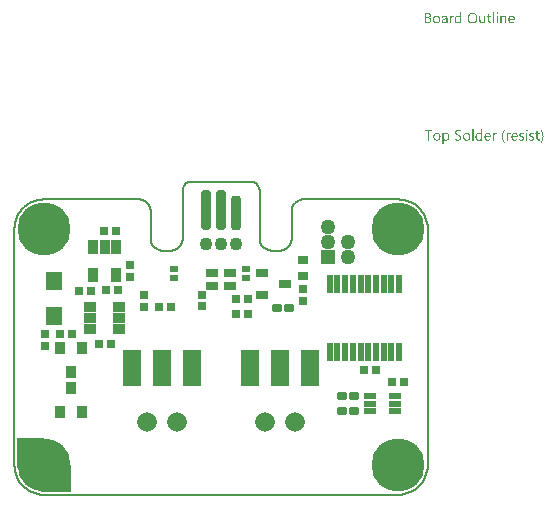
<source format=gts>
G04*
G04 #@! TF.GenerationSoftware,Altium Limited,Altium Designer,21.9.2 (33)*
G04*
G04 Layer_Color=8388736*
%FSLAX42Y42*%
%MOMM*%
G71*
G04*
G04 #@! TF.SameCoordinates,C9CDC17D-2FD3-46DB-A318-01BEEBB1E299*
G04*
G04*
G04 #@! TF.FilePolarity,Negative*
G04*
G01*
G75*
%ADD15C,0.20*%
%ADD34R,1.55X3.15*%
%ADD35R,1.35X1.60*%
%ADD36R,0.65X0.70*%
%ADD37R,0.70X0.65*%
%ADD38R,1.05X0.75*%
%ADD39R,0.80X0.50*%
%ADD40R,0.55X1.50*%
%ADD41R,0.65X0.70*%
G04:AMPARAMS|DCode=42|XSize=1mm|YSize=0.8mm|CornerRadius=0mm|HoleSize=0mm|Usage=FLASHONLY|Rotation=0.000|XOffset=0mm|YOffset=0mm|HoleType=Round|Shape=RoundedRectangle|*
%AMROUNDEDRECTD42*
21,1,1.00,0.80,0,0,0.0*
21,1,1.00,0.80,0,0,0.0*
1,1,0.00,0.50,-0.40*
1,1,0.00,-0.50,-0.40*
1,1,0.00,-0.50,0.40*
1,1,0.00,0.50,0.40*
%
%ADD42ROUNDEDRECTD42*%
G04:AMPARAMS|DCode=43|XSize=0.75mm|YSize=0.8mm|CornerRadius=0.15mm|HoleSize=0mm|Usage=FLASHONLY|Rotation=270.000|XOffset=0mm|YOffset=0mm|HoleType=Round|Shape=RoundedRectangle|*
%AMROUNDEDRECTD43*
21,1,0.75,0.50,0,0,270.0*
21,1,0.45,0.80,0,0,270.0*
1,1,0.30,-0.25,-0.23*
1,1,0.30,-0.25,0.23*
1,1,0.30,0.25,0.23*
1,1,0.30,0.25,-0.23*
%
%ADD43ROUNDEDRECTD43*%
%ADD44R,0.85X1.15*%
%ADD45R,1.05X0.55*%
%ADD46R,0.95X0.75*%
%ADD47R,0.95X1.05*%
%ADD48R,1.00X0.70*%
%ADD49R,0.70X0.65*%
G04:AMPARAMS|DCode=50|XSize=0.9mm|YSize=3.45mm|CornerRadius=0.35mm|HoleSize=0mm|Usage=FLASHONLY|Rotation=180.000|XOffset=0mm|YOffset=0mm|HoleType=Round|Shape=RoundedRectangle|*
%AMROUNDEDRECTD50*
21,1,0.90,2.75,0,0,180.0*
21,1,0.20,3.45,0,0,180.0*
1,1,0.70,-0.10,1.37*
1,1,0.70,0.10,1.37*
1,1,0.70,0.10,-1.37*
1,1,0.70,-0.10,-1.37*
%
%ADD50ROUNDEDRECTD50*%
G04:AMPARAMS|DCode=51|XSize=0.9mm|YSize=2.95mm|CornerRadius=0.35mm|HoleSize=0mm|Usage=FLASHONLY|Rotation=180.000|XOffset=0mm|YOffset=0mm|HoleType=Round|Shape=RoundedRectangle|*
%AMROUNDEDRECTD51*
21,1,0.90,2.25,0,0,180.0*
21,1,0.20,2.95,0,0,180.0*
1,1,0.70,-0.10,1.12*
1,1,0.70,0.10,1.12*
1,1,0.70,0.10,-1.12*
1,1,0.70,-0.10,-1.12*
%
%ADD51ROUNDEDRECTD51*%
%ADD52C,1.67*%
%ADD53C,4.50*%
%ADD54C,1.26*%
%ADD55R,1.26X1.26*%
%ADD56C,1.10*%
%ADD57C,0.15*%
G36*
X5014Y4510D02*
X5015Y4509D01*
X5015Y4509D01*
X5016Y4509D01*
X5017Y4508D01*
X5018Y4508D01*
X5018Y4508D01*
X5018Y4507D01*
X5018Y4507D01*
X5019Y4506D01*
X5019Y4506D01*
X5019Y4505D01*
X5020Y4504D01*
X5020Y4503D01*
X5020Y4503D01*
X5020Y4503D01*
X5020Y4502D01*
X5019Y4501D01*
X5019Y4501D01*
X5019Y4500D01*
X5018Y4499D01*
X5018Y4498D01*
X5018Y4498D01*
X5017Y4498D01*
X5017Y4498D01*
X5016Y4497D01*
X5016Y4497D01*
X5015Y4497D01*
X5014Y4496D01*
X5013Y4496D01*
X5013Y4496D01*
X5012Y4496D01*
X5011Y4497D01*
X5011Y4497D01*
X5010Y4497D01*
X5009Y4498D01*
X5008Y4498D01*
X5008Y4498D01*
X5008Y4499D01*
X5008Y4499D01*
X5007Y4500D01*
X5007Y4500D01*
X5007Y4501D01*
X5006Y4502D01*
X5006Y4503D01*
X5006Y4503D01*
X5006Y4503D01*
X5006Y4504D01*
X5007Y4505D01*
X5007Y4505D01*
X5007Y4506D01*
X5008Y4507D01*
X5008Y4508D01*
X5008Y4508D01*
X5009Y4508D01*
X5009Y4508D01*
X5010Y4509D01*
X5010Y4509D01*
X5011Y4509D01*
X5012Y4510D01*
X5013Y4510D01*
X5013Y4510D01*
X5014Y4510D01*
X5014Y4510D02*
G37*
G36*
X4710Y4416D02*
X4700Y4416D01*
X4700Y4427D01*
X4700Y4427D01*
X4699Y4427D01*
X4699Y4427D01*
X4699Y4426D01*
X4698Y4425D01*
X4697Y4424D01*
X4697Y4423D01*
X4695Y4422D01*
X4694Y4421D01*
X4693Y4420D01*
X4691Y4419D01*
X4689Y4418D01*
X4687Y4417D01*
X4685Y4416D01*
X4683Y4416D01*
X4680Y4415D01*
X4678Y4415D01*
X4677Y4415D01*
X4676Y4415D01*
X4676Y4415D01*
X4675Y4415D01*
X4673Y4415D01*
X4672Y4416D01*
X4671Y4416D01*
X4669Y4416D01*
X4668Y4417D01*
X4666Y4418D01*
X4664Y4419D01*
X4663Y4420D01*
X4661Y4421D01*
X4660Y4422D01*
X4658Y4424D01*
X4658Y4424D01*
X4658Y4424D01*
X4658Y4424D01*
X4657Y4425D01*
X4657Y4426D01*
X4656Y4427D01*
X4655Y4428D01*
X4655Y4430D01*
X4654Y4431D01*
X4654Y4433D01*
X4653Y4435D01*
X4652Y4437D01*
X4652Y4439D01*
X4652Y4442D01*
X4651Y4444D01*
X4651Y4447D01*
X4651Y4447D01*
X4651Y4447D01*
X4651Y4447D01*
X4651Y4447D01*
X4651Y4448D01*
X4651Y4449D01*
X4651Y4451D01*
X4652Y4452D01*
X4652Y4454D01*
X4652Y4456D01*
X4653Y4458D01*
X4653Y4460D01*
X4654Y4462D01*
X4655Y4464D01*
X4655Y4466D01*
X4657Y4468D01*
X4658Y4470D01*
X4659Y4472D01*
X4659Y4472D01*
X4660Y4473D01*
X4660Y4473D01*
X4661Y4474D01*
X4661Y4474D01*
X4662Y4475D01*
X4664Y4476D01*
X4665Y4477D01*
X4666Y4478D01*
X4668Y4479D01*
X4670Y4480D01*
X4671Y4480D01*
X4674Y4481D01*
X4676Y4481D01*
X4678Y4482D01*
X4680Y4482D01*
X4681Y4482D01*
X4682Y4482D01*
X4683Y4482D01*
X4684Y4481D01*
X4685Y4481D01*
X4686Y4481D01*
X4688Y4480D01*
X4689Y4480D01*
X4691Y4479D01*
X4692Y4478D01*
X4694Y4477D01*
X4695Y4476D01*
X4697Y4475D01*
X4698Y4473D01*
X4700Y4471D01*
X4700Y4471D01*
X4700Y4511D01*
X4710Y4511D01*
X4710Y4416D01*
X4710Y4416D02*
G37*
G36*
X5071Y4482D02*
X5072Y4482D01*
X5073Y4481D01*
X5074Y4481D01*
X5075Y4481D01*
X5076Y4481D01*
X5077Y4481D01*
X5078Y4480D01*
X5080Y4480D01*
X5081Y4479D01*
X5082Y4478D01*
X5084Y4477D01*
X5085Y4476D01*
X5086Y4475D01*
X5086Y4475D01*
X5086Y4475D01*
X5086Y4474D01*
X5087Y4474D01*
X5087Y4473D01*
X5088Y4472D01*
X5088Y4471D01*
X5089Y4470D01*
X5089Y4469D01*
X5090Y4467D01*
X5090Y4466D01*
X5091Y4464D01*
X5091Y4462D01*
X5091Y4460D01*
X5091Y4458D01*
X5091Y4455D01*
X5091Y4416D01*
X5081Y4416D01*
X5081Y4453D01*
X5081Y4453D01*
X5081Y4453D01*
X5081Y4453D01*
X5081Y4454D01*
X5081Y4454D01*
X5081Y4455D01*
X5081Y4456D01*
X5081Y4458D01*
X5080Y4459D01*
X5080Y4461D01*
X5079Y4463D01*
X5079Y4465D01*
X5078Y4467D01*
X5076Y4468D01*
X5075Y4470D01*
X5073Y4471D01*
X5072Y4472D01*
X5071Y4472D01*
X5070Y4473D01*
X5069Y4473D01*
X5068Y4473D01*
X5066Y4473D01*
X5066Y4473D01*
X5065Y4473D01*
X5065Y4473D01*
X5064Y4473D01*
X5063Y4473D01*
X5062Y4472D01*
X5061Y4472D01*
X5060Y4472D01*
X5059Y4471D01*
X5058Y4471D01*
X5057Y4470D01*
X5056Y4469D01*
X5055Y4468D01*
X5054Y4467D01*
X5054Y4467D01*
X5054Y4467D01*
X5053Y4467D01*
X5053Y4466D01*
X5053Y4466D01*
X5052Y4465D01*
X5052Y4464D01*
X5051Y4463D01*
X5051Y4462D01*
X5050Y4461D01*
X5050Y4460D01*
X5050Y4459D01*
X5049Y4457D01*
X5049Y4456D01*
X5049Y4454D01*
X5049Y4453D01*
X5049Y4416D01*
X5039Y4416D01*
X5039Y4480D01*
X5049Y4480D01*
X5049Y4470D01*
X5049Y4470D01*
X5049Y4470D01*
X5049Y4470D01*
X5050Y4471D01*
X5050Y4472D01*
X5051Y4472D01*
X5052Y4473D01*
X5053Y4475D01*
X5054Y4476D01*
X5056Y4477D01*
X5057Y4478D01*
X5059Y4479D01*
X5061Y4480D01*
X5063Y4481D01*
X5065Y4481D01*
X5067Y4482D01*
X5070Y4482D01*
X5070Y4482D01*
X5071Y4482D01*
X5071Y4482D02*
G37*
G36*
X4640Y4481D02*
X4641Y4481D01*
X4642Y4481D01*
X4643Y4481D01*
X4644Y4481D01*
X4644Y4480D01*
X4644Y4470D01*
X4644Y4470D01*
X4644Y4470D01*
X4643Y4470D01*
X4643Y4471D01*
X4641Y4471D01*
X4640Y4472D01*
X4639Y4472D01*
X4637Y4472D01*
X4636Y4472D01*
X4636Y4472D01*
X4635Y4472D01*
X4634Y4472D01*
X4633Y4471D01*
X4632Y4471D01*
X4631Y4470D01*
X4630Y4470D01*
X4629Y4469D01*
X4628Y4469D01*
X4628Y4468D01*
X4627Y4467D01*
X4626Y4466D01*
X4626Y4466D01*
X4626Y4465D01*
X4625Y4465D01*
X4625Y4465D01*
X4625Y4464D01*
X4624Y4463D01*
X4624Y4462D01*
X4624Y4461D01*
X4623Y4460D01*
X4623Y4459D01*
X4622Y4458D01*
X4622Y4456D01*
X4622Y4454D01*
X4622Y4453D01*
X4621Y4451D01*
X4621Y4449D01*
X4621Y4416D01*
X4611Y4416D01*
X4611Y4480D01*
X4621Y4480D01*
X4621Y4467D01*
X4622Y4467D01*
X4622Y4467D01*
X4622Y4467D01*
X4622Y4468D01*
X4622Y4468D01*
X4622Y4469D01*
X4623Y4469D01*
X4623Y4471D01*
X4624Y4473D01*
X4625Y4474D01*
X4627Y4476D01*
X4628Y4478D01*
X4628Y4478D01*
X4629Y4478D01*
X4629Y4478D01*
X4629Y4478D01*
X4629Y4478D01*
X4630Y4479D01*
X4631Y4479D01*
X4633Y4480D01*
X4634Y4481D01*
X4636Y4481D01*
X4637Y4481D01*
X4638Y4481D01*
X4639Y4481D01*
X4640Y4481D01*
X4640Y4481D02*
G37*
G36*
X4913Y4416D02*
X4903Y4416D01*
X4903Y4427D01*
X4903Y4427D01*
X4903Y4426D01*
X4902Y4426D01*
X4902Y4425D01*
X4902Y4425D01*
X4901Y4424D01*
X4900Y4423D01*
X4899Y4422D01*
X4898Y4421D01*
X4897Y4420D01*
X4895Y4419D01*
X4894Y4418D01*
X4892Y4417D01*
X4890Y4416D01*
X4888Y4415D01*
X4885Y4415D01*
X4883Y4415D01*
X4882Y4415D01*
X4882Y4415D01*
X4882Y4415D01*
X4881Y4415D01*
X4880Y4415D01*
X4879Y4415D01*
X4878Y4416D01*
X4876Y4416D01*
X4874Y4417D01*
X4873Y4418D01*
X4872Y4418D01*
X4871Y4419D01*
X4870Y4420D01*
X4868Y4421D01*
X4867Y4422D01*
X4866Y4423D01*
X4865Y4424D01*
X4865Y4425D01*
X4864Y4426D01*
X4863Y4428D01*
X4862Y4430D01*
X4862Y4431D01*
X4861Y4433D01*
X4861Y4435D01*
X4860Y4437D01*
X4860Y4440D01*
X4860Y4442D01*
X4860Y4480D01*
X4870Y4480D01*
X4870Y4444D01*
X4870Y4444D01*
X4870Y4443D01*
X4870Y4443D01*
X4870Y4443D01*
X4870Y4442D01*
X4870Y4442D01*
X4871Y4441D01*
X4871Y4439D01*
X4871Y4437D01*
X4872Y4435D01*
X4872Y4434D01*
X4873Y4432D01*
X4874Y4430D01*
X4875Y4428D01*
X4877Y4427D01*
X4879Y4425D01*
X4880Y4425D01*
X4881Y4424D01*
X4882Y4424D01*
X4883Y4424D01*
X4884Y4424D01*
X4886Y4424D01*
X4887Y4424D01*
X4887Y4424D01*
X4888Y4424D01*
X4888Y4424D01*
X4889Y4424D01*
X4890Y4424D01*
X4891Y4424D01*
X4892Y4425D01*
X4893Y4425D01*
X4894Y4426D01*
X4895Y4427D01*
X4896Y4427D01*
X4897Y4428D01*
X4898Y4429D01*
X4898Y4429D01*
X4898Y4429D01*
X4899Y4430D01*
X4899Y4430D01*
X4899Y4431D01*
X4900Y4431D01*
X4900Y4432D01*
X4901Y4433D01*
X4901Y4434D01*
X4901Y4435D01*
X4902Y4436D01*
X4902Y4437D01*
X4902Y4439D01*
X4903Y4440D01*
X4903Y4442D01*
X4903Y4443D01*
X4903Y4480D01*
X4913Y4480D01*
X4913Y4416D01*
X4913Y4416D02*
G37*
G36*
X5018Y4416D02*
X5008Y4416D01*
X5008Y4480D01*
X5018Y4480D01*
X5018Y4416D01*
X5018Y4416D02*
G37*
G36*
X4987Y4416D02*
X4977Y4416D01*
X4977Y4511D01*
X4987Y4511D01*
X4987Y4416D01*
X4987Y4416D02*
G37*
G36*
X4570Y4482D02*
X4571Y4482D01*
X4572Y4482D01*
X4572Y4481D01*
X4573Y4481D01*
X4575Y4481D01*
X4577Y4480D01*
X4579Y4480D01*
X4581Y4479D01*
X4583Y4477D01*
X4584Y4477D01*
X4585Y4476D01*
X4586Y4475D01*
X4587Y4474D01*
X4588Y4473D01*
X4588Y4472D01*
X4589Y4470D01*
X4590Y4469D01*
X4590Y4467D01*
X4591Y4466D01*
X4591Y4464D01*
X4592Y4462D01*
X4592Y4460D01*
X4592Y4458D01*
X4592Y4416D01*
X4582Y4416D01*
X4582Y4426D01*
X4582Y4426D01*
X4581Y4426D01*
X4581Y4426D01*
X4581Y4425D01*
X4580Y4425D01*
X4580Y4424D01*
X4579Y4423D01*
X4578Y4422D01*
X4577Y4421D01*
X4575Y4420D01*
X4574Y4419D01*
X4572Y4418D01*
X4570Y4417D01*
X4569Y4416D01*
X4566Y4415D01*
X4564Y4415D01*
X4562Y4415D01*
X4561Y4415D01*
X4560Y4415D01*
X4560Y4415D01*
X4559Y4415D01*
X4558Y4415D01*
X4557Y4416D01*
X4554Y4416D01*
X4553Y4417D01*
X4552Y4417D01*
X4550Y4418D01*
X4549Y4418D01*
X4548Y4419D01*
X4547Y4420D01*
X4547Y4420D01*
X4547Y4420D01*
X4547Y4421D01*
X4546Y4421D01*
X4546Y4421D01*
X4545Y4422D01*
X4545Y4423D01*
X4544Y4424D01*
X4544Y4424D01*
X4543Y4426D01*
X4543Y4427D01*
X4543Y4428D01*
X4542Y4429D01*
X4542Y4430D01*
X4542Y4432D01*
X4542Y4433D01*
X4542Y4433D01*
X4542Y4434D01*
X4542Y4434D01*
X4542Y4434D01*
X4542Y4435D01*
X4542Y4435D01*
X4542Y4436D01*
X4542Y4438D01*
X4543Y4439D01*
X4543Y4441D01*
X4544Y4443D01*
X4545Y4445D01*
X4547Y4446D01*
X4548Y4447D01*
X4548Y4448D01*
X4550Y4449D01*
X4551Y4450D01*
X4552Y4450D01*
X4553Y4451D01*
X4554Y4452D01*
X4556Y4452D01*
X4557Y4453D01*
X4559Y4453D01*
X4561Y4454D01*
X4563Y4454D01*
X4582Y4457D01*
X4582Y4457D01*
X4582Y4457D01*
X4582Y4457D01*
X4582Y4458D01*
X4582Y4458D01*
X4582Y4459D01*
X4581Y4461D01*
X4581Y4462D01*
X4581Y4463D01*
X4580Y4465D01*
X4579Y4466D01*
X4579Y4468D01*
X4578Y4469D01*
X4576Y4471D01*
X4575Y4472D01*
X4573Y4472D01*
X4572Y4473D01*
X4571Y4473D01*
X4570Y4473D01*
X4569Y4473D01*
X4568Y4473D01*
X4568Y4473D01*
X4567Y4473D01*
X4566Y4473D01*
X4565Y4473D01*
X4563Y4472D01*
X4562Y4472D01*
X4560Y4472D01*
X4559Y4471D01*
X4557Y4471D01*
X4555Y4470D01*
X4553Y4469D01*
X4551Y4468D01*
X4550Y4467D01*
X4548Y4465D01*
X4548Y4476D01*
X4548Y4476D01*
X4548Y4476D01*
X4549Y4476D01*
X4550Y4477D01*
X4550Y4477D01*
X4551Y4478D01*
X4553Y4478D01*
X4554Y4479D01*
X4556Y4479D01*
X4557Y4480D01*
X4559Y4480D01*
X4561Y4481D01*
X4563Y4481D01*
X4565Y4481D01*
X4567Y4482D01*
X4570Y4482D01*
X4570Y4482D01*
X4570Y4482D01*
X4570Y4482D02*
G37*
G36*
X4427Y4506D02*
X4428Y4506D01*
X4429Y4505D01*
X4431Y4505D01*
X4432Y4505D01*
X4433Y4505D01*
X4435Y4504D01*
X4436Y4504D01*
X4438Y4503D01*
X4440Y4503D01*
X4441Y4502D01*
X4442Y4501D01*
X4444Y4500D01*
X4444Y4500D01*
X4444Y4500D01*
X4444Y4499D01*
X4445Y4499D01*
X4445Y4498D01*
X4446Y4498D01*
X4446Y4497D01*
X4447Y4496D01*
X4448Y4495D01*
X4448Y4494D01*
X4449Y4493D01*
X4449Y4491D01*
X4450Y4490D01*
X4450Y4489D01*
X4450Y4487D01*
X4450Y4485D01*
X4450Y4485D01*
X4450Y4485D01*
X4450Y4485D01*
X4450Y4484D01*
X4450Y4483D01*
X4450Y4483D01*
X4450Y4482D01*
X4450Y4481D01*
X4449Y4479D01*
X4449Y4477D01*
X4448Y4475D01*
X4448Y4474D01*
X4447Y4473D01*
X4446Y4472D01*
X4446Y4472D01*
X4446Y4472D01*
X4446Y4472D01*
X4446Y4471D01*
X4445Y4471D01*
X4445Y4470D01*
X4444Y4470D01*
X4443Y4469D01*
X4443Y4468D01*
X4442Y4468D01*
X4441Y4467D01*
X4440Y4466D01*
X4439Y4466D01*
X4438Y4465D01*
X4435Y4464D01*
X4435Y4464D01*
X4435Y4464D01*
X4435Y4464D01*
X4436Y4464D01*
X4437Y4464D01*
X4437Y4464D01*
X4438Y4463D01*
X4439Y4463D01*
X4440Y4463D01*
X4443Y4462D01*
X4444Y4461D01*
X4445Y4461D01*
X4446Y4460D01*
X4447Y4459D01*
X4449Y4458D01*
X4450Y4457D01*
X4450Y4457D01*
X4450Y4457D01*
X4450Y4457D01*
X4450Y4456D01*
X4451Y4455D01*
X4451Y4455D01*
X4452Y4454D01*
X4452Y4453D01*
X4453Y4452D01*
X4453Y4451D01*
X4454Y4450D01*
X4454Y4448D01*
X4454Y4447D01*
X4455Y4445D01*
X4455Y4444D01*
X4455Y4442D01*
X4455Y4442D01*
X4455Y4442D01*
X4455Y4441D01*
X4455Y4440D01*
X4455Y4439D01*
X4454Y4438D01*
X4454Y4437D01*
X4454Y4435D01*
X4453Y4434D01*
X4453Y4433D01*
X4452Y4431D01*
X4451Y4429D01*
X4451Y4428D01*
X4449Y4426D01*
X4448Y4425D01*
X4447Y4424D01*
X4447Y4423D01*
X4446Y4423D01*
X4446Y4423D01*
X4445Y4422D01*
X4444Y4422D01*
X4443Y4421D01*
X4442Y4421D01*
X4441Y4420D01*
X4440Y4419D01*
X4438Y4419D01*
X4436Y4418D01*
X4434Y4418D01*
X4432Y4417D01*
X4430Y4417D01*
X4428Y4417D01*
X4426Y4416D01*
X4400Y4416D01*
X4400Y4506D01*
X4426Y4506D01*
X4427Y4506D01*
X4427Y4506D02*
G37*
G36*
X4947Y4480D02*
X4963Y4480D01*
X4963Y4471D01*
X4947Y4471D01*
X4947Y4436D01*
X4947Y4435D01*
X4947Y4435D01*
X4947Y4435D01*
X4947Y4435D01*
X4947Y4434D01*
X4947Y4433D01*
X4948Y4432D01*
X4948Y4430D01*
X4948Y4429D01*
X4949Y4428D01*
X4949Y4427D01*
X4949Y4426D01*
X4949Y4426D01*
X4950Y4426D01*
X4950Y4426D01*
X4951Y4425D01*
X4952Y4424D01*
X4953Y4424D01*
X4955Y4424D01*
X4957Y4424D01*
X4957Y4424D01*
X4958Y4424D01*
X4959Y4424D01*
X4960Y4424D01*
X4961Y4424D01*
X4962Y4425D01*
X4963Y4426D01*
X4963Y4417D01*
X4963Y4417D01*
X4963Y4417D01*
X4963Y4417D01*
X4963Y4417D01*
X4962Y4416D01*
X4961Y4416D01*
X4959Y4416D01*
X4958Y4415D01*
X4956Y4415D01*
X4954Y4415D01*
X4953Y4415D01*
X4952Y4415D01*
X4951Y4415D01*
X4950Y4416D01*
X4948Y4416D01*
X4947Y4417D01*
X4945Y4418D01*
X4944Y4418D01*
X4942Y4420D01*
X4941Y4421D01*
X4940Y4422D01*
X4940Y4423D01*
X4939Y4424D01*
X4939Y4425D01*
X4938Y4426D01*
X4938Y4428D01*
X4937Y4429D01*
X4937Y4430D01*
X4937Y4432D01*
X4937Y4434D01*
X4937Y4471D01*
X4926Y4471D01*
X4926Y4480D01*
X4937Y4480D01*
X4937Y4496D01*
X4947Y4499D01*
X4947Y4480D01*
X4947Y4480D02*
G37*
G36*
X5137Y4482D02*
X5138Y4482D01*
X5139Y4481D01*
X5140Y4481D01*
X5141Y4481D01*
X5143Y4481D01*
X5144Y4480D01*
X5146Y4480D01*
X5147Y4479D01*
X5149Y4478D01*
X5151Y4477D01*
X5152Y4476D01*
X5154Y4475D01*
X5155Y4474D01*
X5155Y4473D01*
X5155Y4473D01*
X5156Y4473D01*
X5156Y4472D01*
X5157Y4471D01*
X5157Y4470D01*
X5158Y4469D01*
X5158Y4468D01*
X5159Y4466D01*
X5160Y4465D01*
X5160Y4463D01*
X5161Y4461D01*
X5161Y4458D01*
X5162Y4456D01*
X5162Y4454D01*
X5162Y4451D01*
X5162Y4446D01*
X5117Y4446D01*
X5117Y4446D01*
X5117Y4445D01*
X5117Y4445D01*
X5117Y4444D01*
X5117Y4443D01*
X5117Y4442D01*
X5117Y4441D01*
X5118Y4440D01*
X5118Y4437D01*
X5119Y4436D01*
X5119Y4434D01*
X5120Y4433D01*
X5121Y4432D01*
X5122Y4430D01*
X5123Y4429D01*
X5123Y4429D01*
X5123Y4429D01*
X5123Y4429D01*
X5124Y4428D01*
X5124Y4428D01*
X5125Y4427D01*
X5126Y4427D01*
X5127Y4426D01*
X5128Y4426D01*
X5129Y4425D01*
X5130Y4425D01*
X5131Y4424D01*
X5133Y4424D01*
X5134Y4424D01*
X5136Y4424D01*
X5138Y4424D01*
X5138Y4424D01*
X5139Y4424D01*
X5139Y4424D01*
X5140Y4424D01*
X5142Y4424D01*
X5143Y4424D01*
X5144Y4424D01*
X5146Y4425D01*
X5147Y4425D01*
X5149Y4426D01*
X5151Y4427D01*
X5152Y4427D01*
X5154Y4428D01*
X5156Y4429D01*
X5157Y4431D01*
X5157Y4421D01*
X5157Y4421D01*
X5157Y4421D01*
X5157Y4420D01*
X5156Y4420D01*
X5155Y4420D01*
X5154Y4419D01*
X5153Y4419D01*
X5152Y4418D01*
X5150Y4417D01*
X5148Y4417D01*
X5147Y4416D01*
X5145Y4416D01*
X5142Y4416D01*
X5140Y4415D01*
X5138Y4415D01*
X5135Y4415D01*
X5135Y4415D01*
X5134Y4415D01*
X5133Y4415D01*
X5132Y4415D01*
X5131Y4415D01*
X5129Y4416D01*
X5128Y4416D01*
X5126Y4417D01*
X5124Y4417D01*
X5122Y4418D01*
X5121Y4419D01*
X5119Y4420D01*
X5117Y4421D01*
X5116Y4422D01*
X5114Y4424D01*
X5114Y4424D01*
X5114Y4424D01*
X5113Y4425D01*
X5113Y4425D01*
X5112Y4426D01*
X5112Y4427D01*
X5111Y4428D01*
X5110Y4430D01*
X5110Y4432D01*
X5109Y4433D01*
X5108Y4435D01*
X5108Y4438D01*
X5107Y4440D01*
X5107Y4442D01*
X5106Y4445D01*
X5106Y4448D01*
X5106Y4448D01*
X5106Y4448D01*
X5106Y4448D01*
X5106Y4449D01*
X5106Y4449D01*
X5107Y4451D01*
X5107Y4452D01*
X5107Y4453D01*
X5107Y4455D01*
X5107Y4457D01*
X5108Y4459D01*
X5108Y4461D01*
X5109Y4463D01*
X5110Y4465D01*
X5111Y4467D01*
X5112Y4469D01*
X5113Y4470D01*
X5115Y4472D01*
X5115Y4472D01*
X5115Y4473D01*
X5116Y4473D01*
X5116Y4474D01*
X5117Y4474D01*
X5118Y4475D01*
X5119Y4476D01*
X5121Y4477D01*
X5122Y4478D01*
X5124Y4479D01*
X5125Y4480D01*
X5127Y4480D01*
X5129Y4481D01*
X5131Y4481D01*
X5133Y4482D01*
X5136Y4482D01*
X5136Y4482D01*
X5137Y4482D01*
X5137Y4482D02*
G37*
G36*
X4806Y4507D02*
X4806Y4507D01*
X4807Y4507D01*
X4807Y4507D01*
X4809Y4507D01*
X4811Y4507D01*
X4813Y4506D01*
X4815Y4506D01*
X4817Y4505D01*
X4820Y4504D01*
X4822Y4503D01*
X4825Y4502D01*
X4827Y4501D01*
X4830Y4499D01*
X4832Y4497D01*
X4834Y4495D01*
X4834Y4495D01*
X4835Y4494D01*
X4835Y4493D01*
X4836Y4492D01*
X4837Y4491D01*
X4838Y4490D01*
X4839Y4488D01*
X4840Y4486D01*
X4841Y4484D01*
X4842Y4481D01*
X4843Y4479D01*
X4844Y4476D01*
X4844Y4473D01*
X4845Y4469D01*
X4845Y4466D01*
X4845Y4462D01*
X4845Y4462D01*
X4845Y4462D01*
X4845Y4462D01*
X4845Y4461D01*
X4845Y4461D01*
X4845Y4460D01*
X4845Y4459D01*
X4845Y4459D01*
X4845Y4458D01*
X4845Y4457D01*
X4845Y4455D01*
X4844Y4452D01*
X4844Y4450D01*
X4843Y4447D01*
X4843Y4444D01*
X4842Y4441D01*
X4841Y4438D01*
X4839Y4436D01*
X4838Y4433D01*
X4836Y4430D01*
X4834Y4428D01*
X4834Y4427D01*
X4833Y4427D01*
X4833Y4426D01*
X4832Y4426D01*
X4830Y4425D01*
X4829Y4424D01*
X4828Y4423D01*
X4826Y4421D01*
X4824Y4420D01*
X4821Y4419D01*
X4819Y4418D01*
X4816Y4417D01*
X4813Y4416D01*
X4810Y4416D01*
X4806Y4415D01*
X4803Y4415D01*
X4802Y4415D01*
X4802Y4415D01*
X4801Y4415D01*
X4800Y4415D01*
X4800Y4415D01*
X4798Y4415D01*
X4796Y4416D01*
X4794Y4416D01*
X4792Y4417D01*
X4790Y4417D01*
X4787Y4418D01*
X4785Y4419D01*
X4782Y4420D01*
X4779Y4422D01*
X4777Y4423D01*
X4775Y4425D01*
X4772Y4427D01*
X4772Y4428D01*
X4772Y4428D01*
X4771Y4429D01*
X4771Y4430D01*
X4770Y4431D01*
X4769Y4433D01*
X4768Y4434D01*
X4767Y4436D01*
X4766Y4438D01*
X4765Y4441D01*
X4764Y4444D01*
X4763Y4446D01*
X4762Y4450D01*
X4762Y4453D01*
X4761Y4456D01*
X4761Y4460D01*
X4761Y4460D01*
X4761Y4460D01*
X4761Y4461D01*
X4761Y4461D01*
X4761Y4462D01*
X4761Y4462D01*
X4761Y4463D01*
X4761Y4464D01*
X4761Y4464D01*
X4761Y4465D01*
X4762Y4468D01*
X4762Y4470D01*
X4763Y4472D01*
X4763Y4475D01*
X4764Y4478D01*
X4765Y4481D01*
X4766Y4484D01*
X4767Y4486D01*
X4769Y4489D01*
X4771Y4492D01*
X4773Y4494D01*
X4773Y4495D01*
X4773Y4495D01*
X4774Y4496D01*
X4775Y4496D01*
X4776Y4497D01*
X4777Y4498D01*
X4779Y4500D01*
X4781Y4501D01*
X4783Y4502D01*
X4786Y4503D01*
X4788Y4504D01*
X4791Y4505D01*
X4794Y4506D01*
X4797Y4507D01*
X4801Y4507D01*
X4804Y4507D01*
X4805Y4507D01*
X4806Y4507D01*
X4806Y4507D02*
G37*
G36*
X4501Y4482D02*
X4502Y4482D01*
X4503Y4481D01*
X4505Y4481D01*
X4506Y4481D01*
X4508Y4481D01*
X4510Y4480D01*
X4512Y4480D01*
X4513Y4479D01*
X4515Y4478D01*
X4517Y4477D01*
X4519Y4476D01*
X4520Y4474D01*
X4522Y4473D01*
X4522Y4473D01*
X4522Y4473D01*
X4523Y4472D01*
X4523Y4471D01*
X4524Y4470D01*
X4525Y4469D01*
X4525Y4468D01*
X4526Y4467D01*
X4527Y4465D01*
X4528Y4463D01*
X4528Y4461D01*
X4529Y4459D01*
X4529Y4457D01*
X4530Y4454D01*
X4530Y4451D01*
X4530Y4449D01*
X4530Y4449D01*
X4530Y4448D01*
X4530Y4448D01*
X4530Y4448D01*
X4530Y4447D01*
X4530Y4446D01*
X4530Y4445D01*
X4530Y4443D01*
X4529Y4442D01*
X4529Y4440D01*
X4528Y4438D01*
X4528Y4436D01*
X4527Y4434D01*
X4526Y4432D01*
X4525Y4430D01*
X4524Y4428D01*
X4523Y4426D01*
X4521Y4424D01*
X4521Y4424D01*
X4521Y4424D01*
X4521Y4423D01*
X4520Y4423D01*
X4519Y4422D01*
X4518Y4421D01*
X4517Y4420D01*
X4515Y4420D01*
X4514Y4419D01*
X4512Y4418D01*
X4510Y4417D01*
X4508Y4416D01*
X4506Y4416D01*
X4503Y4415D01*
X4501Y4415D01*
X4498Y4415D01*
X4498Y4415D01*
X4497Y4415D01*
X4496Y4415D01*
X4495Y4415D01*
X4493Y4415D01*
X4492Y4416D01*
X4490Y4416D01*
X4488Y4417D01*
X4487Y4417D01*
X4485Y4418D01*
X4483Y4419D01*
X4481Y4420D01*
X4479Y4421D01*
X4477Y4422D01*
X4476Y4424D01*
X4476Y4424D01*
X4475Y4424D01*
X4475Y4425D01*
X4474Y4426D01*
X4474Y4426D01*
X4473Y4427D01*
X4472Y4429D01*
X4472Y4430D01*
X4471Y4432D01*
X4470Y4434D01*
X4469Y4436D01*
X4469Y4438D01*
X4468Y4440D01*
X4468Y4442D01*
X4467Y4445D01*
X4467Y4448D01*
X4467Y4448D01*
X4467Y4448D01*
X4467Y4448D01*
X4467Y4448D01*
X4467Y4449D01*
X4467Y4450D01*
X4468Y4452D01*
X4468Y4453D01*
X4468Y4455D01*
X4468Y4457D01*
X4469Y4459D01*
X4469Y4461D01*
X4470Y4463D01*
X4471Y4465D01*
X4472Y4467D01*
X4473Y4469D01*
X4474Y4471D01*
X4476Y4473D01*
X4476Y4473D01*
X4476Y4473D01*
X4477Y4474D01*
X4478Y4474D01*
X4479Y4475D01*
X4480Y4476D01*
X4481Y4476D01*
X4482Y4477D01*
X4484Y4478D01*
X4486Y4479D01*
X4488Y4480D01*
X4490Y4480D01*
X4492Y4481D01*
X4494Y4481D01*
X4497Y4482D01*
X4500Y4482D01*
X4500Y4482D01*
X4501Y4482D01*
X4501Y4482D02*
G37*
G36*
X5263Y3517D02*
X5264Y3517D01*
X5265Y3517D01*
X5265Y3517D01*
X5266Y3516D01*
X5267Y3515D01*
X5267Y3515D01*
X5267Y3515D01*
X5268Y3515D01*
X5268Y3514D01*
X5268Y3514D01*
X5269Y3513D01*
X5269Y3512D01*
X5269Y3511D01*
X5269Y3511D01*
X5269Y3510D01*
X5269Y3510D01*
X5269Y3509D01*
X5268Y3508D01*
X5268Y3508D01*
X5268Y3507D01*
X5267Y3506D01*
X5267Y3506D01*
X5267Y3506D01*
X5266Y3505D01*
X5266Y3505D01*
X5265Y3505D01*
X5264Y3504D01*
X5263Y3504D01*
X5262Y3504D01*
X5262Y3504D01*
X5261Y3504D01*
X5261Y3504D01*
X5260Y3505D01*
X5259Y3505D01*
X5258Y3505D01*
X5257Y3506D01*
X5257Y3506D01*
X5257Y3506D01*
X5257Y3507D01*
X5257Y3507D01*
X5256Y3508D01*
X5256Y3509D01*
X5256Y3510D01*
X5256Y3511D01*
X5256Y3511D01*
X5256Y3511D01*
X5256Y3512D01*
X5256Y3512D01*
X5256Y3513D01*
X5256Y3514D01*
X5257Y3515D01*
X5257Y3515D01*
X5258Y3516D01*
X5258Y3516D01*
X5258Y3516D01*
X5259Y3516D01*
X5260Y3517D01*
X5260Y3517D01*
X5261Y3517D01*
X5262Y3517D01*
X5263Y3517D01*
X5263Y3517D01*
X5263Y3517D02*
G37*
G36*
X4690Y3515D02*
X4691Y3515D01*
X4692Y3515D01*
X4693Y3515D01*
X4695Y3515D01*
X4698Y3514D01*
X4701Y3514D01*
X4703Y3513D01*
X4704Y3513D01*
X4706Y3512D01*
X4707Y3512D01*
X4707Y3500D01*
X4707Y3500D01*
X4706Y3500D01*
X4706Y3500D01*
X4705Y3501D01*
X4705Y3501D01*
X4704Y3502D01*
X4702Y3502D01*
X4701Y3503D01*
X4700Y3503D01*
X4698Y3504D01*
X4697Y3504D01*
X4695Y3505D01*
X4693Y3505D01*
X4691Y3505D01*
X4689Y3505D01*
X4686Y3506D01*
X4685Y3506D01*
X4684Y3505D01*
X4683Y3505D01*
X4682Y3505D01*
X4681Y3505D01*
X4680Y3505D01*
X4679Y3505D01*
X4679Y3505D01*
X4678Y3504D01*
X4678Y3504D01*
X4677Y3504D01*
X4676Y3504D01*
X4674Y3503D01*
X4673Y3502D01*
X4673Y3502D01*
X4673Y3502D01*
X4673Y3502D01*
X4672Y3501D01*
X4671Y3501D01*
X4670Y3500D01*
X4670Y3499D01*
X4669Y3498D01*
X4669Y3498D01*
X4669Y3498D01*
X4669Y3497D01*
X4668Y3497D01*
X4668Y3496D01*
X4668Y3495D01*
X4668Y3493D01*
X4667Y3492D01*
X4667Y3492D01*
X4667Y3492D01*
X4668Y3491D01*
X4668Y3490D01*
X4668Y3489D01*
X4668Y3488D01*
X4668Y3487D01*
X4669Y3486D01*
X4669Y3486D01*
X4669Y3486D01*
X4669Y3485D01*
X4670Y3485D01*
X4670Y3484D01*
X4671Y3483D01*
X4672Y3482D01*
X4673Y3482D01*
X4673Y3481D01*
X4673Y3481D01*
X4674Y3481D01*
X4674Y3480D01*
X4675Y3480D01*
X4676Y3479D01*
X4677Y3478D01*
X4679Y3478D01*
X4679Y3478D01*
X4679Y3477D01*
X4679Y3477D01*
X4680Y3477D01*
X4681Y3476D01*
X4682Y3476D01*
X4684Y3475D01*
X4685Y3474D01*
X4687Y3473D01*
X4687Y3473D01*
X4687Y3473D01*
X4687Y3473D01*
X4688Y3473D01*
X4688Y3473D01*
X4689Y3473D01*
X4690Y3472D01*
X4691Y3471D01*
X4693Y3470D01*
X4694Y3469D01*
X4696Y3468D01*
X4696Y3468D01*
X4696Y3468D01*
X4696Y3468D01*
X4697Y3468D01*
X4697Y3467D01*
X4698Y3467D01*
X4700Y3466D01*
X4701Y3465D01*
X4702Y3464D01*
X4703Y3463D01*
X4704Y3462D01*
X4704Y3462D01*
X4705Y3461D01*
X4705Y3461D01*
X4706Y3460D01*
X4707Y3458D01*
X4708Y3457D01*
X4709Y3456D01*
X4709Y3456D01*
X4709Y3455D01*
X4709Y3455D01*
X4709Y3455D01*
X4709Y3454D01*
X4710Y3453D01*
X4710Y3452D01*
X4710Y3450D01*
X4710Y3449D01*
X4710Y3447D01*
X4710Y3447D01*
X4710Y3446D01*
X4710Y3446D01*
X4710Y3446D01*
X4710Y3445D01*
X4710Y3444D01*
X4710Y3444D01*
X4710Y3443D01*
X4710Y3441D01*
X4709Y3439D01*
X4709Y3437D01*
X4708Y3436D01*
X4708Y3435D01*
X4708Y3435D01*
X4708Y3435D01*
X4707Y3435D01*
X4707Y3434D01*
X4706Y3433D01*
X4705Y3432D01*
X4704Y3430D01*
X4702Y3429D01*
X4701Y3428D01*
X4701Y3428D01*
X4701Y3428D01*
X4700Y3428D01*
X4700Y3428D01*
X4700Y3427D01*
X4699Y3427D01*
X4698Y3427D01*
X4697Y3426D01*
X4695Y3425D01*
X4693Y3425D01*
X4691Y3424D01*
X4691Y3424D01*
X4691Y3424D01*
X4690Y3424D01*
X4690Y3424D01*
X4689Y3424D01*
X4689Y3424D01*
X4688Y3424D01*
X4687Y3423D01*
X4685Y3423D01*
X4683Y3423D01*
X4681Y3423D01*
X4679Y3423D01*
X4678Y3423D01*
X4677Y3423D01*
X4677Y3423D01*
X4676Y3423D01*
X4675Y3423D01*
X4673Y3423D01*
X4673Y3423D01*
X4673Y3423D01*
X4672Y3423D01*
X4671Y3423D01*
X4671Y3424D01*
X4669Y3424D01*
X4668Y3424D01*
X4667Y3424D01*
X4667Y3424D01*
X4667Y3424D01*
X4666Y3424D01*
X4665Y3425D01*
X4664Y3425D01*
X4663Y3425D01*
X4661Y3426D01*
X4661Y3426D01*
X4660Y3426D01*
X4660Y3426D01*
X4659Y3426D01*
X4659Y3427D01*
X4658Y3427D01*
X4657Y3427D01*
X4656Y3428D01*
X4656Y3440D01*
X4656Y3440D01*
X4657Y3440D01*
X4657Y3440D01*
X4658Y3439D01*
X4659Y3439D01*
X4659Y3438D01*
X4660Y3437D01*
X4661Y3437D01*
X4662Y3437D01*
X4662Y3437D01*
X4663Y3436D01*
X4663Y3436D01*
X4664Y3436D01*
X4665Y3435D01*
X4666Y3435D01*
X4668Y3434D01*
X4668Y3434D01*
X4668Y3434D01*
X4669Y3434D01*
X4670Y3434D01*
X4671Y3433D01*
X4672Y3433D01*
X4674Y3433D01*
X4674Y3433D01*
X4675Y3433D01*
X4675Y3433D01*
X4676Y3432D01*
X4677Y3432D01*
X4678Y3432D01*
X4680Y3432D01*
X4681Y3432D01*
X4682Y3432D01*
X4683Y3432D01*
X4684Y3432D01*
X4685Y3432D01*
X4686Y3433D01*
X4688Y3433D01*
X4690Y3434D01*
X4693Y3434D01*
X4694Y3435D01*
X4695Y3436D01*
X4695Y3436D01*
X4695Y3436D01*
X4695Y3436D01*
X4695Y3436D01*
X4696Y3437D01*
X4696Y3437D01*
X4697Y3438D01*
X4697Y3438D01*
X4698Y3439D01*
X4698Y3440D01*
X4699Y3442D01*
X4699Y3443D01*
X4699Y3444D01*
X4699Y3445D01*
X4700Y3446D01*
X4700Y3446D01*
X4700Y3446D01*
X4700Y3447D01*
X4699Y3447D01*
X4699Y3448D01*
X4699Y3449D01*
X4699Y3450D01*
X4698Y3451D01*
X4698Y3452D01*
X4698Y3452D01*
X4698Y3453D01*
X4697Y3453D01*
X4697Y3454D01*
X4696Y3455D01*
X4695Y3456D01*
X4695Y3456D01*
X4694Y3457D01*
X4693Y3457D01*
X4693Y3458D01*
X4692Y3458D01*
X4692Y3459D01*
X4691Y3459D01*
X4690Y3460D01*
X4688Y3461D01*
X4687Y3461D01*
X4687Y3461D01*
X4687Y3461D01*
X4686Y3462D01*
X4686Y3462D01*
X4685Y3462D01*
X4684Y3463D01*
X4683Y3463D01*
X4682Y3464D01*
X4680Y3465D01*
X4679Y3466D01*
X4679Y3466D01*
X4678Y3466D01*
X4678Y3466D01*
X4678Y3466D01*
X4677Y3467D01*
X4676Y3467D01*
X4674Y3468D01*
X4673Y3469D01*
X4670Y3471D01*
X4670Y3471D01*
X4670Y3471D01*
X4670Y3471D01*
X4669Y3471D01*
X4669Y3471D01*
X4668Y3472D01*
X4666Y3473D01*
X4665Y3474D01*
X4664Y3475D01*
X4663Y3476D01*
X4663Y3476D01*
X4662Y3476D01*
X4662Y3477D01*
X4661Y3478D01*
X4660Y3479D01*
X4660Y3480D01*
X4659Y3481D01*
X4658Y3482D01*
X4658Y3483D01*
X4658Y3483D01*
X4658Y3483D01*
X4658Y3483D01*
X4658Y3484D01*
X4657Y3485D01*
X4657Y3486D01*
X4657Y3488D01*
X4657Y3489D01*
X4656Y3491D01*
X4656Y3491D01*
X4656Y3491D01*
X4656Y3492D01*
X4657Y3492D01*
X4657Y3493D01*
X4657Y3493D01*
X4657Y3495D01*
X4657Y3496D01*
X4658Y3498D01*
X4658Y3500D01*
X4659Y3502D01*
X4659Y3502D01*
X4659Y3502D01*
X4659Y3502D01*
X4660Y3503D01*
X4660Y3503D01*
X4661Y3504D01*
X4662Y3506D01*
X4663Y3507D01*
X4665Y3508D01*
X4666Y3509D01*
X4666Y3509D01*
X4666Y3509D01*
X4667Y3510D01*
X4667Y3510D01*
X4667Y3510D01*
X4668Y3510D01*
X4669Y3511D01*
X4671Y3512D01*
X4672Y3512D01*
X4674Y3513D01*
X4676Y3514D01*
X4676Y3514D01*
X4676Y3514D01*
X4677Y3514D01*
X4677Y3514D01*
X4678Y3514D01*
X4678Y3514D01*
X4679Y3514D01*
X4680Y3514D01*
X4681Y3515D01*
X4683Y3515D01*
X4685Y3515D01*
X4687Y3515D01*
X4689Y3515D01*
X4690Y3515D01*
X4690Y3515D02*
G37*
G36*
X4887Y3424D02*
X4877Y3424D01*
X4877Y3435D01*
X4876Y3435D01*
X4876Y3435D01*
X4876Y3434D01*
X4876Y3434D01*
X4875Y3433D01*
X4874Y3432D01*
X4873Y3431D01*
X4872Y3430D01*
X4871Y3429D01*
X4870Y3428D01*
X4868Y3427D01*
X4866Y3426D01*
X4864Y3425D01*
X4862Y3424D01*
X4860Y3423D01*
X4857Y3423D01*
X4855Y3423D01*
X4854Y3423D01*
X4853Y3423D01*
X4853Y3423D01*
X4852Y3423D01*
X4850Y3423D01*
X4849Y3423D01*
X4848Y3424D01*
X4846Y3424D01*
X4845Y3425D01*
X4843Y3426D01*
X4841Y3426D01*
X4840Y3427D01*
X4838Y3429D01*
X4837Y3430D01*
X4835Y3431D01*
X4835Y3431D01*
X4835Y3432D01*
X4835Y3432D01*
X4834Y3433D01*
X4834Y3434D01*
X4833Y3435D01*
X4832Y3436D01*
X4832Y3437D01*
X4831Y3439D01*
X4830Y3441D01*
X4830Y3443D01*
X4829Y3445D01*
X4829Y3447D01*
X4828Y3449D01*
X4828Y3452D01*
X4828Y3455D01*
X4828Y3455D01*
X4828Y3455D01*
X4828Y3455D01*
X4828Y3455D01*
X4828Y3456D01*
X4828Y3457D01*
X4828Y3459D01*
X4829Y3460D01*
X4829Y3462D01*
X4829Y3464D01*
X4830Y3466D01*
X4830Y3468D01*
X4831Y3470D01*
X4832Y3472D01*
X4832Y3474D01*
X4833Y3476D01*
X4835Y3478D01*
X4836Y3480D01*
X4836Y3480D01*
X4836Y3480D01*
X4837Y3481D01*
X4838Y3481D01*
X4838Y3482D01*
X4839Y3483D01*
X4840Y3484D01*
X4842Y3485D01*
X4843Y3486D01*
X4845Y3486D01*
X4847Y3487D01*
X4848Y3488D01*
X4850Y3489D01*
X4853Y3489D01*
X4855Y3489D01*
X4857Y3489D01*
X4858Y3489D01*
X4859Y3489D01*
X4859Y3489D01*
X4861Y3489D01*
X4862Y3489D01*
X4863Y3489D01*
X4865Y3488D01*
X4866Y3488D01*
X4868Y3487D01*
X4869Y3486D01*
X4871Y3485D01*
X4872Y3484D01*
X4874Y3483D01*
X4875Y3481D01*
X4876Y3479D01*
X4877Y3479D01*
X4877Y3519D01*
X4887Y3519D01*
X4887Y3424D01*
X4887Y3424D02*
G37*
G36*
X4583Y3489D02*
X4584Y3489D01*
X4585Y3489D01*
X4586Y3489D01*
X4587Y3489D01*
X4589Y3488D01*
X4590Y3488D01*
X4592Y3487D01*
X4593Y3487D01*
X4595Y3486D01*
X4597Y3485D01*
X4598Y3484D01*
X4600Y3482D01*
X4601Y3481D01*
X4601Y3481D01*
X4601Y3480D01*
X4602Y3480D01*
X4602Y3479D01*
X4603Y3478D01*
X4603Y3477D01*
X4604Y3476D01*
X4604Y3475D01*
X4605Y3473D01*
X4606Y3472D01*
X4606Y3470D01*
X4607Y3468D01*
X4607Y3465D01*
X4608Y3463D01*
X4608Y3461D01*
X4608Y3458D01*
X4608Y3458D01*
X4608Y3458D01*
X4608Y3458D01*
X4608Y3457D01*
X4608Y3456D01*
X4608Y3455D01*
X4608Y3454D01*
X4608Y3452D01*
X4607Y3451D01*
X4607Y3449D01*
X4606Y3447D01*
X4606Y3445D01*
X4605Y3443D01*
X4605Y3440D01*
X4604Y3438D01*
X4603Y3436D01*
X4601Y3434D01*
X4600Y3432D01*
X4600Y3432D01*
X4600Y3432D01*
X4599Y3431D01*
X4599Y3431D01*
X4598Y3430D01*
X4597Y3429D01*
X4596Y3428D01*
X4595Y3428D01*
X4593Y3427D01*
X4592Y3426D01*
X4590Y3425D01*
X4588Y3424D01*
X4586Y3424D01*
X4584Y3423D01*
X4581Y3423D01*
X4579Y3423D01*
X4578Y3423D01*
X4578Y3423D01*
X4577Y3423D01*
X4576Y3423D01*
X4575Y3423D01*
X4573Y3424D01*
X4572Y3424D01*
X4570Y3425D01*
X4569Y3425D01*
X4567Y3426D01*
X4566Y3427D01*
X4564Y3429D01*
X4562Y3430D01*
X4561Y3432D01*
X4560Y3433D01*
X4559Y3433D01*
X4559Y3395D01*
X4549Y3395D01*
X4549Y3488D01*
X4559Y3488D01*
X4559Y3477D01*
X4560Y3477D01*
X4560Y3477D01*
X4560Y3477D01*
X4561Y3478D01*
X4561Y3479D01*
X4562Y3480D01*
X4563Y3481D01*
X4564Y3482D01*
X4565Y3483D01*
X4567Y3484D01*
X4568Y3485D01*
X4570Y3487D01*
X4572Y3488D01*
X4574Y3488D01*
X4577Y3489D01*
X4579Y3489D01*
X4582Y3489D01*
X4582Y3489D01*
X4583Y3489D01*
X4583Y3489D02*
G37*
G36*
X5310Y3489D02*
X5311Y3489D01*
X5311Y3489D01*
X5312Y3489D01*
X5313Y3489D01*
X5316Y3489D01*
X5318Y3488D01*
X5321Y3488D01*
X5323Y3487D01*
X5323Y3476D01*
X5323Y3476D01*
X5323Y3476D01*
X5323Y3477D01*
X5322Y3477D01*
X5321Y3477D01*
X5321Y3478D01*
X5320Y3478D01*
X5319Y3479D01*
X5317Y3479D01*
X5316Y3479D01*
X5315Y3480D01*
X5313Y3480D01*
X5312Y3480D01*
X5310Y3481D01*
X5309Y3481D01*
X5307Y3481D01*
X5306Y3481D01*
X5305Y3481D01*
X5305Y3481D01*
X5304Y3481D01*
X5302Y3480D01*
X5302Y3480D01*
X5301Y3480D01*
X5301Y3480D01*
X5301Y3480D01*
X5299Y3479D01*
X5298Y3478D01*
X5298Y3478D01*
X5298Y3478D01*
X5297Y3478D01*
X5297Y3478D01*
X5296Y3477D01*
X5295Y3476D01*
X5295Y3475D01*
X5295Y3475D01*
X5295Y3475D01*
X5295Y3474D01*
X5295Y3474D01*
X5295Y3473D01*
X5295Y3473D01*
X5295Y3472D01*
X5295Y3472D01*
X5295Y3472D01*
X5295Y3471D01*
X5295Y3470D01*
X5295Y3470D01*
X5295Y3469D01*
X5295Y3468D01*
X5295Y3468D01*
X5295Y3468D01*
X5296Y3467D01*
X5296Y3467D01*
X5296Y3467D01*
X5296Y3466D01*
X5297Y3466D01*
X5298Y3465D01*
X5298Y3465D01*
X5298Y3464D01*
X5299Y3464D01*
X5299Y3464D01*
X5300Y3464D01*
X5301Y3463D01*
X5301Y3463D01*
X5302Y3462D01*
X5302Y3462D01*
X5303Y3462D01*
X5303Y3462D01*
X5304Y3462D01*
X5305Y3461D01*
X5306Y3461D01*
X5307Y3461D01*
X5308Y3460D01*
X5308Y3460D01*
X5308Y3460D01*
X5308Y3460D01*
X5309Y3460D01*
X5309Y3460D01*
X5310Y3459D01*
X5312Y3459D01*
X5313Y3458D01*
X5314Y3457D01*
X5316Y3457D01*
X5316Y3457D01*
X5316Y3457D01*
X5316Y3456D01*
X5317Y3456D01*
X5318Y3456D01*
X5318Y3455D01*
X5319Y3454D01*
X5320Y3454D01*
X5321Y3453D01*
X5321Y3453D01*
X5322Y3452D01*
X5322Y3452D01*
X5323Y3451D01*
X5323Y3451D01*
X5324Y3450D01*
X5324Y3449D01*
X5325Y3448D01*
X5325Y3448D01*
X5325Y3447D01*
X5325Y3447D01*
X5326Y3446D01*
X5326Y3445D01*
X5326Y3444D01*
X5326Y3443D01*
X5326Y3441D01*
X5326Y3441D01*
X5326Y3441D01*
X5326Y3441D01*
X5326Y3441D01*
X5326Y3440D01*
X5326Y3438D01*
X5326Y3437D01*
X5325Y3436D01*
X5325Y3434D01*
X5324Y3433D01*
X5324Y3433D01*
X5324Y3433D01*
X5323Y3432D01*
X5323Y3431D01*
X5322Y3430D01*
X5321Y3429D01*
X5320Y3428D01*
X5318Y3427D01*
X5318Y3427D01*
X5318Y3427D01*
X5317Y3426D01*
X5316Y3426D01*
X5315Y3425D01*
X5314Y3425D01*
X5312Y3424D01*
X5310Y3424D01*
X5310Y3424D01*
X5310Y3424D01*
X5310Y3424D01*
X5310Y3424D01*
X5309Y3424D01*
X5309Y3424D01*
X5308Y3423D01*
X5306Y3423D01*
X5305Y3423D01*
X5303Y3423D01*
X5301Y3423D01*
X5300Y3423D01*
X5299Y3423D01*
X5298Y3423D01*
X5297Y3423D01*
X5296Y3423D01*
X5295Y3423D01*
X5294Y3423D01*
X5292Y3424D01*
X5290Y3424D01*
X5287Y3425D01*
X5285Y3426D01*
X5284Y3427D01*
X5284Y3437D01*
X5284Y3437D01*
X5284Y3437D01*
X5285Y3437D01*
X5285Y3437D01*
X5286Y3436D01*
X5287Y3435D01*
X5288Y3435D01*
X5289Y3434D01*
X5291Y3434D01*
X5292Y3433D01*
X5294Y3433D01*
X5295Y3432D01*
X5297Y3432D01*
X5299Y3432D01*
X5300Y3431D01*
X5302Y3431D01*
X5303Y3431D01*
X5304Y3431D01*
X5304Y3431D01*
X5305Y3432D01*
X5307Y3432D01*
X5308Y3432D01*
X5309Y3432D01*
X5310Y3433D01*
X5311Y3434D01*
X5313Y3434D01*
X5314Y3435D01*
X5314Y3436D01*
X5315Y3437D01*
X5316Y3439D01*
X5316Y3440D01*
X5316Y3440D01*
X5316Y3440D01*
X5316Y3441D01*
X5316Y3441D01*
X5316Y3442D01*
X5315Y3442D01*
X5315Y3443D01*
X5315Y3444D01*
X5315Y3445D01*
X5314Y3445D01*
X5314Y3445D01*
X5314Y3445D01*
X5314Y3446D01*
X5313Y3446D01*
X5313Y3447D01*
X5312Y3447D01*
X5311Y3448D01*
X5311Y3448D01*
X5311Y3448D01*
X5311Y3448D01*
X5310Y3449D01*
X5309Y3449D01*
X5309Y3449D01*
X5308Y3450D01*
X5307Y3450D01*
X5307Y3450D01*
X5306Y3450D01*
X5306Y3451D01*
X5305Y3451D01*
X5304Y3451D01*
X5303Y3452D01*
X5302Y3452D01*
X5301Y3453D01*
X5301Y3453D01*
X5301Y3453D01*
X5301Y3453D01*
X5300Y3453D01*
X5300Y3453D01*
X5299Y3454D01*
X5297Y3454D01*
X5296Y3455D01*
X5295Y3455D01*
X5294Y3456D01*
X5294Y3456D01*
X5293Y3456D01*
X5293Y3457D01*
X5292Y3457D01*
X5291Y3458D01*
X5290Y3458D01*
X5289Y3459D01*
X5288Y3460D01*
X5288Y3460D01*
X5288Y3460D01*
X5288Y3461D01*
X5287Y3461D01*
X5287Y3462D01*
X5286Y3463D01*
X5286Y3464D01*
X5285Y3465D01*
X5285Y3465D01*
X5285Y3465D01*
X5285Y3466D01*
X5285Y3466D01*
X5284Y3467D01*
X5284Y3468D01*
X5284Y3470D01*
X5284Y3471D01*
X5284Y3471D01*
X5284Y3471D01*
X5284Y3472D01*
X5284Y3472D01*
X5284Y3473D01*
X5284Y3474D01*
X5285Y3475D01*
X5285Y3476D01*
X5285Y3478D01*
X5286Y3479D01*
X5286Y3479D01*
X5286Y3479D01*
X5286Y3480D01*
X5287Y3480D01*
X5288Y3481D01*
X5288Y3482D01*
X5289Y3483D01*
X5290Y3484D01*
X5292Y3485D01*
X5292Y3485D01*
X5292Y3485D01*
X5292Y3485D01*
X5293Y3485D01*
X5294Y3486D01*
X5295Y3487D01*
X5296Y3487D01*
X5298Y3488D01*
X5299Y3488D01*
X5299Y3488D01*
X5300Y3488D01*
X5300Y3488D01*
X5300Y3488D01*
X5301Y3489D01*
X5301Y3489D01*
X5302Y3489D01*
X5304Y3489D01*
X5305Y3489D01*
X5307Y3489D01*
X5308Y3489D01*
X5309Y3489D01*
X5310Y3489D01*
X5310Y3489D02*
G37*
G36*
X5225Y3489D02*
X5226Y3489D01*
X5226Y3489D01*
X5227Y3489D01*
X5228Y3489D01*
X5231Y3489D01*
X5233Y3488D01*
X5236Y3488D01*
X5238Y3487D01*
X5238Y3476D01*
X5238Y3476D01*
X5238Y3476D01*
X5238Y3477D01*
X5237Y3477D01*
X5236Y3477D01*
X5236Y3478D01*
X5235Y3478D01*
X5234Y3479D01*
X5233Y3479D01*
X5231Y3479D01*
X5230Y3480D01*
X5229Y3480D01*
X5227Y3480D01*
X5225Y3481D01*
X5224Y3481D01*
X5222Y3481D01*
X5221Y3481D01*
X5220Y3481D01*
X5220Y3481D01*
X5219Y3481D01*
X5217Y3480D01*
X5217Y3480D01*
X5217Y3480D01*
X5216Y3480D01*
X5216Y3480D01*
X5214Y3479D01*
X5213Y3478D01*
X5213Y3478D01*
X5213Y3478D01*
X5212Y3478D01*
X5212Y3478D01*
X5211Y3477D01*
X5210Y3476D01*
X5210Y3475D01*
X5210Y3475D01*
X5210Y3475D01*
X5210Y3474D01*
X5210Y3474D01*
X5210Y3473D01*
X5210Y3473D01*
X5210Y3472D01*
X5210Y3472D01*
X5210Y3472D01*
X5210Y3471D01*
X5210Y3470D01*
X5210Y3470D01*
X5210Y3469D01*
X5210Y3468D01*
X5210Y3468D01*
X5211Y3468D01*
X5211Y3467D01*
X5211Y3467D01*
X5211Y3467D01*
X5212Y3466D01*
X5212Y3466D01*
X5213Y3465D01*
X5213Y3465D01*
X5213Y3464D01*
X5214Y3464D01*
X5214Y3464D01*
X5215Y3464D01*
X5216Y3463D01*
X5216Y3463D01*
X5217Y3462D01*
X5217Y3462D01*
X5218Y3462D01*
X5218Y3462D01*
X5219Y3462D01*
X5220Y3461D01*
X5221Y3461D01*
X5222Y3461D01*
X5223Y3460D01*
X5223Y3460D01*
X5223Y3460D01*
X5223Y3460D01*
X5224Y3460D01*
X5224Y3460D01*
X5226Y3459D01*
X5227Y3459D01*
X5228Y3458D01*
X5229Y3457D01*
X5231Y3457D01*
X5231Y3457D01*
X5231Y3457D01*
X5231Y3456D01*
X5232Y3456D01*
X5233Y3456D01*
X5234Y3455D01*
X5234Y3454D01*
X5235Y3454D01*
X5236Y3453D01*
X5236Y3453D01*
X5237Y3452D01*
X5237Y3452D01*
X5238Y3451D01*
X5238Y3451D01*
X5239Y3450D01*
X5239Y3449D01*
X5240Y3448D01*
X5240Y3448D01*
X5240Y3447D01*
X5240Y3447D01*
X5241Y3446D01*
X5241Y3445D01*
X5241Y3444D01*
X5241Y3443D01*
X5241Y3441D01*
X5241Y3441D01*
X5241Y3441D01*
X5241Y3441D01*
X5241Y3441D01*
X5241Y3440D01*
X5241Y3438D01*
X5241Y3437D01*
X5240Y3436D01*
X5240Y3434D01*
X5239Y3433D01*
X5239Y3433D01*
X5239Y3433D01*
X5238Y3432D01*
X5238Y3431D01*
X5237Y3430D01*
X5236Y3429D01*
X5235Y3428D01*
X5234Y3427D01*
X5233Y3427D01*
X5233Y3427D01*
X5232Y3426D01*
X5231Y3426D01*
X5230Y3425D01*
X5229Y3425D01*
X5227Y3424D01*
X5226Y3424D01*
X5225Y3424D01*
X5225Y3424D01*
X5225Y3424D01*
X5225Y3424D01*
X5224Y3424D01*
X5224Y3424D01*
X5223Y3423D01*
X5221Y3423D01*
X5220Y3423D01*
X5218Y3423D01*
X5216Y3423D01*
X5215Y3423D01*
X5214Y3423D01*
X5214Y3423D01*
X5213Y3423D01*
X5211Y3423D01*
X5210Y3423D01*
X5209Y3423D01*
X5208Y3424D01*
X5205Y3424D01*
X5202Y3425D01*
X5200Y3426D01*
X5199Y3427D01*
X5199Y3437D01*
X5199Y3437D01*
X5199Y3437D01*
X5200Y3437D01*
X5200Y3437D01*
X5201Y3436D01*
X5202Y3435D01*
X5203Y3435D01*
X5204Y3434D01*
X5206Y3434D01*
X5207Y3433D01*
X5209Y3433D01*
X5210Y3432D01*
X5212Y3432D01*
X5214Y3432D01*
X5215Y3431D01*
X5217Y3431D01*
X5218Y3431D01*
X5219Y3431D01*
X5219Y3431D01*
X5220Y3432D01*
X5222Y3432D01*
X5223Y3432D01*
X5224Y3432D01*
X5225Y3433D01*
X5227Y3434D01*
X5228Y3434D01*
X5229Y3435D01*
X5230Y3436D01*
X5230Y3437D01*
X5231Y3439D01*
X5231Y3440D01*
X5231Y3440D01*
X5231Y3440D01*
X5231Y3441D01*
X5231Y3441D01*
X5231Y3442D01*
X5230Y3442D01*
X5230Y3443D01*
X5230Y3444D01*
X5230Y3445D01*
X5230Y3445D01*
X5229Y3445D01*
X5229Y3445D01*
X5229Y3446D01*
X5228Y3446D01*
X5228Y3447D01*
X5227Y3447D01*
X5227Y3448D01*
X5226Y3448D01*
X5226Y3448D01*
X5226Y3448D01*
X5225Y3449D01*
X5225Y3449D01*
X5224Y3449D01*
X5223Y3450D01*
X5222Y3450D01*
X5222Y3450D01*
X5221Y3450D01*
X5221Y3451D01*
X5220Y3451D01*
X5219Y3451D01*
X5218Y3452D01*
X5217Y3452D01*
X5216Y3453D01*
X5216Y3453D01*
X5216Y3453D01*
X5216Y3453D01*
X5216Y3453D01*
X5215Y3453D01*
X5214Y3454D01*
X5213Y3454D01*
X5211Y3455D01*
X5210Y3455D01*
X5209Y3456D01*
X5209Y3456D01*
X5208Y3456D01*
X5208Y3457D01*
X5207Y3457D01*
X5206Y3458D01*
X5205Y3458D01*
X5204Y3459D01*
X5203Y3460D01*
X5203Y3460D01*
X5203Y3460D01*
X5203Y3461D01*
X5202Y3461D01*
X5202Y3462D01*
X5201Y3463D01*
X5201Y3464D01*
X5200Y3465D01*
X5200Y3465D01*
X5200Y3465D01*
X5200Y3466D01*
X5200Y3466D01*
X5199Y3467D01*
X5199Y3468D01*
X5199Y3470D01*
X5199Y3471D01*
X5199Y3471D01*
X5199Y3471D01*
X5199Y3472D01*
X5199Y3472D01*
X5199Y3473D01*
X5199Y3474D01*
X5200Y3475D01*
X5200Y3476D01*
X5200Y3478D01*
X5201Y3479D01*
X5201Y3479D01*
X5201Y3479D01*
X5202Y3480D01*
X5202Y3480D01*
X5203Y3481D01*
X5203Y3482D01*
X5204Y3483D01*
X5205Y3484D01*
X5207Y3485D01*
X5207Y3485D01*
X5207Y3485D01*
X5207Y3485D01*
X5208Y3485D01*
X5209Y3486D01*
X5210Y3487D01*
X5211Y3487D01*
X5213Y3488D01*
X5214Y3488D01*
X5215Y3488D01*
X5215Y3488D01*
X5215Y3488D01*
X5215Y3488D01*
X5216Y3489D01*
X5216Y3489D01*
X5217Y3489D01*
X5219Y3489D01*
X5220Y3489D01*
X5222Y3489D01*
X5223Y3489D01*
X5224Y3489D01*
X5225Y3489D01*
X5225Y3489D02*
G37*
G36*
X5120Y3489D02*
X5121Y3489D01*
X5122Y3489D01*
X5123Y3489D01*
X5124Y3489D01*
X5125Y3488D01*
X5125Y3478D01*
X5125Y3478D01*
X5125Y3478D01*
X5124Y3478D01*
X5123Y3479D01*
X5122Y3479D01*
X5121Y3479D01*
X5119Y3480D01*
X5117Y3480D01*
X5117Y3480D01*
X5116Y3480D01*
X5116Y3480D01*
X5115Y3479D01*
X5114Y3479D01*
X5113Y3479D01*
X5112Y3478D01*
X5111Y3478D01*
X5110Y3477D01*
X5109Y3476D01*
X5108Y3476D01*
X5107Y3475D01*
X5106Y3473D01*
X5106Y3473D01*
X5106Y3473D01*
X5106Y3473D01*
X5106Y3472D01*
X5105Y3472D01*
X5105Y3471D01*
X5105Y3470D01*
X5104Y3469D01*
X5104Y3468D01*
X5103Y3467D01*
X5103Y3465D01*
X5103Y3464D01*
X5102Y3462D01*
X5102Y3460D01*
X5102Y3459D01*
X5102Y3457D01*
X5102Y3424D01*
X5092Y3424D01*
X5092Y3488D01*
X5102Y3488D01*
X5102Y3475D01*
X5102Y3475D01*
X5102Y3475D01*
X5102Y3475D01*
X5103Y3475D01*
X5103Y3476D01*
X5103Y3476D01*
X5103Y3477D01*
X5104Y3479D01*
X5105Y3480D01*
X5106Y3482D01*
X5107Y3484D01*
X5109Y3485D01*
X5109Y3485D01*
X5109Y3485D01*
X5109Y3486D01*
X5110Y3486D01*
X5110Y3486D01*
X5111Y3487D01*
X5112Y3487D01*
X5113Y3488D01*
X5115Y3489D01*
X5117Y3489D01*
X5118Y3489D01*
X5119Y3489D01*
X5120Y3489D01*
X5120Y3489D01*
X5120Y3489D02*
G37*
G36*
X5003Y3489D02*
X5004Y3489D01*
X5004Y3489D01*
X5006Y3489D01*
X5007Y3489D01*
X5007Y3488D01*
X5007Y3478D01*
X5007Y3478D01*
X5007Y3478D01*
X5006Y3478D01*
X5005Y3479D01*
X5004Y3479D01*
X5003Y3479D01*
X5001Y3480D01*
X5000Y3480D01*
X4999Y3480D01*
X4999Y3480D01*
X4998Y3480D01*
X4997Y3479D01*
X4996Y3479D01*
X4995Y3479D01*
X4994Y3478D01*
X4993Y3478D01*
X4992Y3477D01*
X4991Y3476D01*
X4990Y3476D01*
X4990Y3475D01*
X4989Y3473D01*
X4989Y3473D01*
X4989Y3473D01*
X4988Y3473D01*
X4988Y3472D01*
X4988Y3472D01*
X4987Y3471D01*
X4987Y3470D01*
X4987Y3469D01*
X4986Y3468D01*
X4986Y3467D01*
X4985Y3465D01*
X4985Y3464D01*
X4985Y3462D01*
X4984Y3460D01*
X4984Y3459D01*
X4984Y3457D01*
X4984Y3424D01*
X4974Y3424D01*
X4974Y3488D01*
X4984Y3488D01*
X4984Y3475D01*
X4985Y3475D01*
X4985Y3475D01*
X4985Y3475D01*
X4985Y3475D01*
X4985Y3476D01*
X4985Y3476D01*
X4986Y3477D01*
X4986Y3479D01*
X4987Y3480D01*
X4988Y3482D01*
X4990Y3484D01*
X4991Y3485D01*
X4991Y3485D01*
X4991Y3485D01*
X4992Y3486D01*
X4992Y3486D01*
X4992Y3486D01*
X4993Y3487D01*
X4994Y3487D01*
X4996Y3488D01*
X4997Y3489D01*
X4999Y3489D01*
X5000Y3489D01*
X5001Y3489D01*
X5002Y3489D01*
X5003Y3489D01*
X5003Y3489D02*
G37*
G36*
X5267Y3424D02*
X5257Y3424D01*
X5257Y3488D01*
X5267Y3488D01*
X5267Y3424D01*
X5267Y3424D02*
G37*
G36*
X4812Y3424D02*
X4802Y3424D01*
X4802Y3519D01*
X4812Y3519D01*
X4812Y3424D01*
X4812Y3424D02*
G37*
G36*
X4462Y3504D02*
X4436Y3504D01*
X4436Y3424D01*
X4426Y3424D01*
X4426Y3504D01*
X4400Y3504D01*
X4400Y3514D01*
X4462Y3514D01*
X4462Y3504D01*
X4462Y3504D02*
G37*
G36*
X5355Y3488D02*
X5371Y3488D01*
X5371Y3479D01*
X5355Y3479D01*
X5355Y3443D01*
X5355Y3443D01*
X5355Y3443D01*
X5355Y3443D01*
X5355Y3442D01*
X5355Y3442D01*
X5355Y3441D01*
X5356Y3440D01*
X5356Y3438D01*
X5356Y3437D01*
X5357Y3435D01*
X5357Y3435D01*
X5358Y3434D01*
X5358Y3434D01*
X5358Y3434D01*
X5358Y3433D01*
X5359Y3433D01*
X5360Y3432D01*
X5362Y3432D01*
X5363Y3432D01*
X5365Y3431D01*
X5365Y3431D01*
X5366Y3431D01*
X5367Y3432D01*
X5368Y3432D01*
X5369Y3432D01*
X5370Y3433D01*
X5371Y3434D01*
X5371Y3425D01*
X5371Y3425D01*
X5371Y3425D01*
X5371Y3425D01*
X5371Y3425D01*
X5370Y3424D01*
X5369Y3424D01*
X5367Y3424D01*
X5366Y3423D01*
X5364Y3423D01*
X5362Y3423D01*
X5361Y3423D01*
X5360Y3423D01*
X5359Y3423D01*
X5358Y3423D01*
X5357Y3424D01*
X5355Y3425D01*
X5354Y3425D01*
X5352Y3426D01*
X5350Y3427D01*
X5349Y3429D01*
X5348Y3430D01*
X5348Y3431D01*
X5347Y3432D01*
X5347Y3433D01*
X5346Y3434D01*
X5346Y3435D01*
X5346Y3437D01*
X5345Y3438D01*
X5345Y3440D01*
X5345Y3442D01*
X5345Y3479D01*
X5334Y3479D01*
X5334Y3488D01*
X5345Y3488D01*
X5345Y3504D01*
X5355Y3507D01*
X5355Y3488D01*
X5355Y3488D02*
G37*
G36*
X5162Y3489D02*
X5163Y3489D01*
X5164Y3489D01*
X5166Y3489D01*
X5167Y3489D01*
X5168Y3488D01*
X5170Y3488D01*
X5171Y3488D01*
X5173Y3487D01*
X5175Y3486D01*
X5176Y3485D01*
X5178Y3484D01*
X5179Y3483D01*
X5181Y3481D01*
X5181Y3481D01*
X5181Y3481D01*
X5181Y3480D01*
X5182Y3480D01*
X5182Y3479D01*
X5183Y3478D01*
X5183Y3477D01*
X5184Y3476D01*
X5185Y3474D01*
X5185Y3472D01*
X5186Y3470D01*
X5186Y3468D01*
X5187Y3466D01*
X5187Y3464D01*
X5187Y3461D01*
X5187Y3459D01*
X5187Y3454D01*
X5142Y3454D01*
X5142Y3453D01*
X5142Y3453D01*
X5142Y3453D01*
X5143Y3452D01*
X5143Y3451D01*
X5143Y3450D01*
X5143Y3449D01*
X5143Y3448D01*
X5144Y3445D01*
X5144Y3444D01*
X5145Y3442D01*
X5146Y3441D01*
X5146Y3439D01*
X5147Y3438D01*
X5148Y3437D01*
X5148Y3437D01*
X5148Y3437D01*
X5149Y3437D01*
X5149Y3436D01*
X5150Y3436D01*
X5150Y3435D01*
X5151Y3435D01*
X5152Y3434D01*
X5153Y3434D01*
X5154Y3433D01*
X5155Y3433D01*
X5157Y3432D01*
X5158Y3432D01*
X5160Y3432D01*
X5161Y3431D01*
X5163Y3431D01*
X5164Y3431D01*
X5164Y3431D01*
X5165Y3431D01*
X5166Y3432D01*
X5167Y3432D01*
X5168Y3432D01*
X5170Y3432D01*
X5171Y3433D01*
X5173Y3433D01*
X5174Y3434D01*
X5176Y3434D01*
X5178Y3435D01*
X5180Y3436D01*
X5181Y3437D01*
X5183Y3438D01*
X5183Y3429D01*
X5183Y3429D01*
X5183Y3429D01*
X5182Y3428D01*
X5181Y3428D01*
X5181Y3427D01*
X5180Y3427D01*
X5178Y3426D01*
X5177Y3426D01*
X5176Y3425D01*
X5174Y3425D01*
X5172Y3424D01*
X5170Y3424D01*
X5168Y3423D01*
X5166Y3423D01*
X5163Y3423D01*
X5161Y3423D01*
X5160Y3423D01*
X5160Y3423D01*
X5159Y3423D01*
X5157Y3423D01*
X5156Y3423D01*
X5155Y3423D01*
X5153Y3424D01*
X5151Y3424D01*
X5150Y3425D01*
X5148Y3426D01*
X5146Y3426D01*
X5144Y3427D01*
X5143Y3429D01*
X5141Y3430D01*
X5140Y3431D01*
X5139Y3431D01*
X5139Y3432D01*
X5139Y3432D01*
X5138Y3433D01*
X5138Y3434D01*
X5137Y3435D01*
X5136Y3436D01*
X5136Y3438D01*
X5135Y3439D01*
X5134Y3441D01*
X5134Y3443D01*
X5133Y3445D01*
X5133Y3448D01*
X5132Y3450D01*
X5132Y3453D01*
X5132Y3456D01*
X5132Y3456D01*
X5132Y3456D01*
X5132Y3456D01*
X5132Y3456D01*
X5132Y3457D01*
X5132Y3458D01*
X5132Y3460D01*
X5132Y3461D01*
X5133Y3463D01*
X5133Y3464D01*
X5133Y3466D01*
X5134Y3468D01*
X5135Y3470D01*
X5135Y3472D01*
X5136Y3474D01*
X5138Y3476D01*
X5139Y3478D01*
X5140Y3480D01*
X5140Y3480D01*
X5141Y3480D01*
X5141Y3481D01*
X5142Y3482D01*
X5143Y3482D01*
X5144Y3483D01*
X5145Y3484D01*
X5146Y3485D01*
X5147Y3486D01*
X5149Y3487D01*
X5151Y3487D01*
X5153Y3488D01*
X5155Y3489D01*
X5157Y3489D01*
X5159Y3489D01*
X5161Y3489D01*
X5162Y3489D01*
X5162Y3489D01*
X5162Y3489D02*
G37*
G36*
X4934Y3489D02*
X4935Y3489D01*
X4936Y3489D01*
X4937Y3489D01*
X4938Y3489D01*
X4940Y3488D01*
X4941Y3488D01*
X4943Y3488D01*
X4944Y3487D01*
X4946Y3486D01*
X4948Y3485D01*
X4949Y3484D01*
X4951Y3483D01*
X4952Y3481D01*
X4952Y3481D01*
X4952Y3481D01*
X4952Y3480D01*
X4953Y3480D01*
X4953Y3479D01*
X4954Y3478D01*
X4955Y3477D01*
X4955Y3476D01*
X4956Y3474D01*
X4957Y3472D01*
X4957Y3470D01*
X4958Y3468D01*
X4958Y3466D01*
X4958Y3464D01*
X4959Y3461D01*
X4959Y3459D01*
X4959Y3454D01*
X4914Y3454D01*
X4914Y3453D01*
X4914Y3453D01*
X4914Y3453D01*
X4914Y3452D01*
X4914Y3451D01*
X4914Y3450D01*
X4914Y3449D01*
X4915Y3448D01*
X4915Y3445D01*
X4916Y3444D01*
X4916Y3442D01*
X4917Y3441D01*
X4918Y3439D01*
X4918Y3438D01*
X4919Y3437D01*
X4919Y3437D01*
X4920Y3437D01*
X4920Y3437D01*
X4920Y3436D01*
X4921Y3436D01*
X4922Y3435D01*
X4922Y3435D01*
X4923Y3434D01*
X4924Y3434D01*
X4926Y3433D01*
X4927Y3433D01*
X4928Y3432D01*
X4930Y3432D01*
X4931Y3432D01*
X4933Y3431D01*
X4934Y3431D01*
X4935Y3431D01*
X4936Y3431D01*
X4936Y3431D01*
X4937Y3432D01*
X4938Y3432D01*
X4940Y3432D01*
X4941Y3432D01*
X4942Y3433D01*
X4944Y3433D01*
X4946Y3434D01*
X4947Y3434D01*
X4949Y3435D01*
X4951Y3436D01*
X4953Y3437D01*
X4954Y3438D01*
X4954Y3429D01*
X4954Y3429D01*
X4954Y3429D01*
X4953Y3428D01*
X4953Y3428D01*
X4952Y3427D01*
X4951Y3427D01*
X4950Y3426D01*
X4948Y3426D01*
X4947Y3425D01*
X4945Y3425D01*
X4943Y3424D01*
X4941Y3424D01*
X4939Y3423D01*
X4937Y3423D01*
X4935Y3423D01*
X4932Y3423D01*
X4931Y3423D01*
X4931Y3423D01*
X4930Y3423D01*
X4929Y3423D01*
X4927Y3423D01*
X4926Y3423D01*
X4924Y3424D01*
X4923Y3424D01*
X4921Y3425D01*
X4919Y3426D01*
X4917Y3426D01*
X4916Y3427D01*
X4914Y3429D01*
X4912Y3430D01*
X4911Y3431D01*
X4911Y3431D01*
X4911Y3432D01*
X4910Y3432D01*
X4910Y3433D01*
X4909Y3434D01*
X4908Y3435D01*
X4908Y3436D01*
X4907Y3438D01*
X4906Y3439D01*
X4906Y3441D01*
X4905Y3443D01*
X4904Y3445D01*
X4904Y3448D01*
X4903Y3450D01*
X4903Y3453D01*
X4903Y3456D01*
X4903Y3456D01*
X4903Y3456D01*
X4903Y3456D01*
X4903Y3456D01*
X4903Y3457D01*
X4903Y3458D01*
X4903Y3460D01*
X4904Y3461D01*
X4904Y3463D01*
X4904Y3464D01*
X4905Y3466D01*
X4905Y3468D01*
X4906Y3470D01*
X4907Y3472D01*
X4908Y3474D01*
X4909Y3476D01*
X4910Y3478D01*
X4912Y3480D01*
X4912Y3480D01*
X4912Y3480D01*
X4912Y3481D01*
X4913Y3482D01*
X4914Y3482D01*
X4915Y3483D01*
X4916Y3484D01*
X4917Y3485D01*
X4919Y3486D01*
X4920Y3487D01*
X4922Y3487D01*
X4924Y3488D01*
X4926Y3489D01*
X4928Y3489D01*
X4930Y3489D01*
X4933Y3489D01*
X4933Y3489D01*
X4934Y3489D01*
X4934Y3489D02*
G37*
G36*
X4756Y3489D02*
X4757Y3489D01*
X4759Y3489D01*
X4760Y3489D01*
X4762Y3489D01*
X4763Y3488D01*
X4765Y3488D01*
X4767Y3487D01*
X4769Y3487D01*
X4770Y3486D01*
X4772Y3485D01*
X4774Y3484D01*
X4776Y3482D01*
X4777Y3481D01*
X4777Y3481D01*
X4778Y3480D01*
X4778Y3480D01*
X4779Y3479D01*
X4779Y3478D01*
X4780Y3477D01*
X4781Y3476D01*
X4781Y3474D01*
X4782Y3473D01*
X4783Y3471D01*
X4783Y3469D01*
X4784Y3467D01*
X4785Y3464D01*
X4785Y3462D01*
X4785Y3459D01*
X4785Y3456D01*
X4785Y3456D01*
X4785Y3456D01*
X4785Y3456D01*
X4785Y3456D01*
X4785Y3455D01*
X4785Y3454D01*
X4785Y3453D01*
X4785Y3451D01*
X4785Y3449D01*
X4784Y3448D01*
X4784Y3446D01*
X4783Y3444D01*
X4782Y3442D01*
X4782Y3440D01*
X4781Y3438D01*
X4779Y3436D01*
X4778Y3434D01*
X4777Y3432D01*
X4777Y3432D01*
X4776Y3431D01*
X4776Y3431D01*
X4775Y3430D01*
X4774Y3430D01*
X4773Y3429D01*
X4772Y3428D01*
X4771Y3427D01*
X4769Y3426D01*
X4767Y3426D01*
X4765Y3425D01*
X4763Y3424D01*
X4761Y3424D01*
X4759Y3423D01*
X4756Y3423D01*
X4754Y3423D01*
X4753Y3423D01*
X4752Y3423D01*
X4751Y3423D01*
X4750Y3423D01*
X4749Y3423D01*
X4747Y3423D01*
X4745Y3424D01*
X4744Y3424D01*
X4742Y3425D01*
X4740Y3426D01*
X4738Y3427D01*
X4736Y3428D01*
X4734Y3429D01*
X4733Y3430D01*
X4731Y3432D01*
X4731Y3432D01*
X4731Y3432D01*
X4730Y3433D01*
X4730Y3433D01*
X4729Y3434D01*
X4728Y3435D01*
X4728Y3437D01*
X4727Y3438D01*
X4726Y3440D01*
X4725Y3441D01*
X4725Y3443D01*
X4724Y3445D01*
X4723Y3448D01*
X4723Y3450D01*
X4723Y3453D01*
X4723Y3455D01*
X4723Y3455D01*
X4723Y3456D01*
X4723Y3456D01*
X4723Y3456D01*
X4723Y3457D01*
X4723Y3458D01*
X4723Y3459D01*
X4723Y3461D01*
X4723Y3463D01*
X4724Y3465D01*
X4724Y3467D01*
X4725Y3469D01*
X4725Y3471D01*
X4726Y3473D01*
X4727Y3475D01*
X4728Y3477D01*
X4730Y3479D01*
X4731Y3480D01*
X4731Y3481D01*
X4732Y3481D01*
X4732Y3481D01*
X4733Y3482D01*
X4734Y3483D01*
X4735Y3483D01*
X4736Y3484D01*
X4738Y3485D01*
X4739Y3486D01*
X4741Y3487D01*
X4743Y3487D01*
X4745Y3488D01*
X4747Y3489D01*
X4750Y3489D01*
X4752Y3489D01*
X4755Y3489D01*
X4756Y3489D01*
X4756Y3489D01*
X4756Y3489D02*
G37*
G36*
X4504Y3489D02*
X4505Y3489D01*
X4506Y3489D01*
X4508Y3489D01*
X4509Y3489D01*
X4511Y3488D01*
X4513Y3488D01*
X4514Y3487D01*
X4516Y3487D01*
X4518Y3486D01*
X4520Y3485D01*
X4522Y3484D01*
X4523Y3482D01*
X4525Y3481D01*
X4525Y3481D01*
X4525Y3480D01*
X4526Y3480D01*
X4526Y3479D01*
X4527Y3478D01*
X4527Y3477D01*
X4528Y3476D01*
X4529Y3474D01*
X4530Y3473D01*
X4530Y3471D01*
X4531Y3469D01*
X4532Y3467D01*
X4532Y3464D01*
X4533Y3462D01*
X4533Y3459D01*
X4533Y3456D01*
X4533Y3456D01*
X4533Y3456D01*
X4533Y3456D01*
X4533Y3456D01*
X4533Y3455D01*
X4533Y3454D01*
X4533Y3453D01*
X4532Y3451D01*
X4532Y3449D01*
X4532Y3448D01*
X4531Y3446D01*
X4531Y3444D01*
X4530Y3442D01*
X4529Y3440D01*
X4528Y3438D01*
X4527Y3436D01*
X4526Y3434D01*
X4524Y3432D01*
X4524Y3432D01*
X4524Y3431D01*
X4523Y3431D01*
X4523Y3430D01*
X4522Y3430D01*
X4521Y3429D01*
X4520Y3428D01*
X4518Y3427D01*
X4517Y3426D01*
X4515Y3426D01*
X4513Y3425D01*
X4511Y3424D01*
X4509Y3424D01*
X4506Y3423D01*
X4504Y3423D01*
X4501Y3423D01*
X4501Y3423D01*
X4500Y3423D01*
X4499Y3423D01*
X4498Y3423D01*
X4496Y3423D01*
X4495Y3423D01*
X4493Y3424D01*
X4491Y3424D01*
X4490Y3425D01*
X4488Y3426D01*
X4486Y3427D01*
X4484Y3428D01*
X4482Y3429D01*
X4480Y3430D01*
X4479Y3432D01*
X4479Y3432D01*
X4478Y3432D01*
X4478Y3433D01*
X4477Y3433D01*
X4477Y3434D01*
X4476Y3435D01*
X4475Y3437D01*
X4474Y3438D01*
X4474Y3440D01*
X4473Y3441D01*
X4472Y3443D01*
X4472Y3445D01*
X4471Y3448D01*
X4471Y3450D01*
X4470Y3453D01*
X4470Y3455D01*
X4470Y3455D01*
X4470Y3456D01*
X4470Y3456D01*
X4470Y3456D01*
X4470Y3457D01*
X4470Y3458D01*
X4470Y3459D01*
X4471Y3461D01*
X4471Y3463D01*
X4471Y3465D01*
X4472Y3467D01*
X4472Y3469D01*
X4473Y3471D01*
X4474Y3473D01*
X4475Y3475D01*
X4476Y3477D01*
X4477Y3479D01*
X4479Y3480D01*
X4479Y3481D01*
X4479Y3481D01*
X4480Y3481D01*
X4481Y3482D01*
X4481Y3483D01*
X4483Y3483D01*
X4484Y3484D01*
X4485Y3485D01*
X4487Y3486D01*
X4489Y3487D01*
X4491Y3487D01*
X4493Y3488D01*
X4495Y3489D01*
X4497Y3489D01*
X4500Y3489D01*
X4503Y3489D01*
X4503Y3489D01*
X4504Y3489D01*
X4504Y3489D02*
G37*
G36*
X5385Y3513D02*
X5385Y3513D01*
X5386Y3513D01*
X5386Y3512D01*
X5386Y3512D01*
X5387Y3511D01*
X5388Y3510D01*
X5388Y3509D01*
X5389Y3508D01*
X5390Y3507D01*
X5391Y3506D01*
X5391Y3505D01*
X5392Y3503D01*
X5393Y3502D01*
X5394Y3500D01*
X5395Y3498D01*
X5396Y3496D01*
X5397Y3494D01*
X5398Y3492D01*
X5399Y3490D01*
X5399Y3488D01*
X5400Y3485D01*
X5401Y3483D01*
X5402Y3481D01*
X5403Y3475D01*
X5403Y3473D01*
X5404Y3470D01*
X5404Y3467D01*
X5404Y3464D01*
X5405Y3461D01*
X5405Y3458D01*
X5405Y3458D01*
X5405Y3458D01*
X5405Y3457D01*
X5405Y3457D01*
X5405Y3456D01*
X5405Y3455D01*
X5404Y3454D01*
X5404Y3453D01*
X5404Y3452D01*
X5404Y3450D01*
X5404Y3449D01*
X5404Y3447D01*
X5403Y3445D01*
X5403Y3443D01*
X5403Y3441D01*
X5402Y3439D01*
X5401Y3435D01*
X5400Y3431D01*
X5398Y3426D01*
X5397Y3424D01*
X5396Y3422D01*
X5395Y3419D01*
X5394Y3417D01*
X5393Y3415D01*
X5392Y3413D01*
X5390Y3410D01*
X5389Y3408D01*
X5387Y3406D01*
X5385Y3404D01*
X5376Y3404D01*
X5376Y3404D01*
X5376Y3404D01*
X5377Y3405D01*
X5377Y3405D01*
X5377Y3406D01*
X5378Y3406D01*
X5379Y3407D01*
X5379Y3408D01*
X5380Y3409D01*
X5381Y3410D01*
X5382Y3412D01*
X5382Y3413D01*
X5383Y3415D01*
X5384Y3416D01*
X5385Y3418D01*
X5386Y3420D01*
X5387Y3421D01*
X5388Y3423D01*
X5389Y3425D01*
X5389Y3427D01*
X5390Y3430D01*
X5391Y3432D01*
X5393Y3437D01*
X5394Y3442D01*
X5394Y3444D01*
X5395Y3447D01*
X5395Y3450D01*
X5395Y3453D01*
X5396Y3456D01*
X5396Y3458D01*
X5396Y3458D01*
X5396Y3459D01*
X5396Y3459D01*
X5396Y3460D01*
X5396Y3461D01*
X5395Y3461D01*
X5395Y3462D01*
X5395Y3464D01*
X5395Y3465D01*
X5395Y3466D01*
X5395Y3468D01*
X5395Y3470D01*
X5394Y3471D01*
X5394Y3473D01*
X5394Y3475D01*
X5393Y3477D01*
X5392Y3481D01*
X5391Y3486D01*
X5390Y3488D01*
X5389Y3490D01*
X5388Y3493D01*
X5387Y3495D01*
X5386Y3497D01*
X5385Y3500D01*
X5384Y3502D01*
X5382Y3504D01*
X5381Y3507D01*
X5380Y3509D01*
X5378Y3511D01*
X5376Y3514D01*
X5385Y3514D01*
X5385Y3513D01*
X5385Y3513D02*
G37*
G36*
X5080Y3513D02*
X5080Y3513D01*
X5080Y3513D01*
X5079Y3512D01*
X5079Y3512D01*
X5079Y3511D01*
X5078Y3510D01*
X5077Y3509D01*
X5077Y3508D01*
X5076Y3507D01*
X5075Y3506D01*
X5074Y3504D01*
X5073Y3503D01*
X5072Y3501D01*
X5071Y3500D01*
X5071Y3498D01*
X5070Y3496D01*
X5069Y3494D01*
X5068Y3492D01*
X5067Y3490D01*
X5066Y3487D01*
X5065Y3485D01*
X5064Y3480D01*
X5063Y3475D01*
X5062Y3473D01*
X5062Y3470D01*
X5061Y3467D01*
X5061Y3464D01*
X5061Y3461D01*
X5061Y3458D01*
X5061Y3458D01*
X5061Y3458D01*
X5061Y3458D01*
X5061Y3457D01*
X5061Y3456D01*
X5061Y3455D01*
X5061Y3454D01*
X5061Y3453D01*
X5061Y3452D01*
X5061Y3450D01*
X5062Y3449D01*
X5062Y3447D01*
X5062Y3446D01*
X5062Y3444D01*
X5063Y3442D01*
X5063Y3440D01*
X5064Y3436D01*
X5065Y3431D01*
X5067Y3427D01*
X5068Y3425D01*
X5069Y3422D01*
X5070Y3420D01*
X5071Y3418D01*
X5072Y3415D01*
X5074Y3413D01*
X5075Y3411D01*
X5077Y3408D01*
X5078Y3406D01*
X5080Y3404D01*
X5071Y3404D01*
X5071Y3404D01*
X5071Y3404D01*
X5071Y3405D01*
X5070Y3405D01*
X5070Y3406D01*
X5069Y3406D01*
X5069Y3407D01*
X5068Y3408D01*
X5067Y3409D01*
X5067Y3410D01*
X5066Y3411D01*
X5065Y3413D01*
X5064Y3414D01*
X5063Y3416D01*
X5062Y3417D01*
X5061Y3419D01*
X5061Y3421D01*
X5060Y3423D01*
X5059Y3425D01*
X5058Y3427D01*
X5057Y3429D01*
X5056Y3431D01*
X5056Y3434D01*
X5055Y3436D01*
X5054Y3441D01*
X5053Y3444D01*
X5053Y3447D01*
X5052Y3449D01*
X5052Y3452D01*
X5052Y3455D01*
X5052Y3458D01*
X5052Y3458D01*
X5052Y3459D01*
X5052Y3459D01*
X5052Y3460D01*
X5052Y3460D01*
X5052Y3461D01*
X5052Y3462D01*
X5052Y3464D01*
X5052Y3465D01*
X5052Y3467D01*
X5053Y3468D01*
X5053Y3470D01*
X5053Y3472D01*
X5053Y3473D01*
X5054Y3475D01*
X5054Y3477D01*
X5055Y3482D01*
X5057Y3486D01*
X5058Y3491D01*
X5059Y3493D01*
X5060Y3495D01*
X5061Y3498D01*
X5062Y3500D01*
X5063Y3502D01*
X5065Y3505D01*
X5066Y3507D01*
X5068Y3509D01*
X5069Y3511D01*
X5071Y3514D01*
X5080Y3514D01*
X5080Y3513D01*
X5080Y3513D02*
G37*
G36*
X1175Y904D02*
X1176Y904D01*
X1177Y903D01*
X1177Y903D01*
X1178Y903D01*
X1179Y902D01*
X1402Y679D01*
X1403Y678D01*
X1403Y677D01*
X1403Y677D01*
X1404Y676D01*
X1404Y675D01*
X1404Y673D01*
X1404Y455D01*
X1404Y454D01*
X1404Y453D01*
X1403Y452D01*
X1403Y451D01*
X1402Y450D01*
X1401Y449D01*
X1400Y448D01*
X1399Y448D01*
X1398Y448D01*
X1397Y447D01*
X1165Y447D01*
X1164Y448D01*
X1163Y448D01*
X1162Y448D01*
X1161Y449D01*
X1160Y450D01*
X950Y660D01*
X949Y661D01*
X948Y662D01*
X948Y662D01*
X948Y663D01*
X948Y664D01*
X947Y665D01*
X947Y897D01*
X948Y898D01*
X948Y899D01*
X948Y900D01*
X949Y901D01*
X950Y902D01*
X951Y903D01*
X952Y903D01*
X953Y904D01*
X954Y904D01*
X955Y904D01*
X1173Y904D01*
X1175Y904D01*
X1175Y904D02*
G37*
%LPC*%
G36*
X4682Y4473D02*
X4681Y4473D01*
X4681Y4473D01*
X4680Y4473D01*
X4679Y4473D01*
X4678Y4473D01*
X4677Y4473D01*
X4676Y4472D01*
X4675Y4472D01*
X4674Y4471D01*
X4673Y4471D01*
X4672Y4470D01*
X4670Y4469D01*
X4669Y4469D01*
X4668Y4467D01*
X4667Y4466D01*
X4667Y4466D01*
X4667Y4466D01*
X4667Y4466D01*
X4666Y4465D01*
X4666Y4464D01*
X4665Y4463D01*
X4665Y4462D01*
X4664Y4461D01*
X4664Y4460D01*
X4663Y4459D01*
X4663Y4457D01*
X4663Y4455D01*
X4662Y4454D01*
X4662Y4452D01*
X4662Y4450D01*
X4662Y4447D01*
X4662Y4447D01*
X4662Y4447D01*
X4662Y4446D01*
X4662Y4446D01*
X4662Y4445D01*
X4662Y4443D01*
X4662Y4442D01*
X4662Y4441D01*
X4663Y4438D01*
X4663Y4437D01*
X4664Y4435D01*
X4664Y4434D01*
X4665Y4433D01*
X4666Y4431D01*
X4667Y4430D01*
X4667Y4430D01*
X4667Y4430D01*
X4667Y4429D01*
X4668Y4429D01*
X4668Y4428D01*
X4669Y4428D01*
X4670Y4427D01*
X4670Y4427D01*
X4671Y4426D01*
X4672Y4426D01*
X4674Y4425D01*
X4675Y4425D01*
X4676Y4424D01*
X4678Y4424D01*
X4679Y4424D01*
X4681Y4424D01*
X4681Y4424D01*
X4681Y4424D01*
X4682Y4424D01*
X4683Y4424D01*
X4684Y4424D01*
X4685Y4424D01*
X4686Y4424D01*
X4687Y4425D01*
X4688Y4425D01*
X4689Y4426D01*
X4690Y4426D01*
X4691Y4427D01*
X4692Y4428D01*
X4693Y4429D01*
X4694Y4430D01*
X4694Y4430D01*
X4695Y4430D01*
X4695Y4430D01*
X4695Y4431D01*
X4696Y4431D01*
X4696Y4432D01*
X4697Y4433D01*
X4697Y4434D01*
X4698Y4435D01*
X4698Y4436D01*
X4698Y4438D01*
X4699Y4439D01*
X4699Y4440D01*
X4700Y4442D01*
X4700Y4444D01*
X4700Y4445D01*
X4700Y4455D01*
X4700Y4455D01*
X4700Y4455D01*
X4700Y4455D01*
X4700Y4456D01*
X4700Y4457D01*
X4700Y4457D01*
X4699Y4458D01*
X4699Y4459D01*
X4698Y4461D01*
X4698Y4462D01*
X4698Y4463D01*
X4697Y4465D01*
X4696Y4466D01*
X4695Y4467D01*
X4695Y4468D01*
X4695Y4468D01*
X4694Y4468D01*
X4694Y4468D01*
X4694Y4469D01*
X4693Y4469D01*
X4693Y4469D01*
X4692Y4470D01*
X4691Y4470D01*
X4690Y4471D01*
X4689Y4471D01*
X4688Y4472D01*
X4687Y4472D01*
X4686Y4473D01*
X4685Y4473D01*
X4683Y4473D01*
X4682Y4473D01*
X4682Y4473D02*
G37*
G36*
X4582Y4449D02*
X4566Y4447D01*
X4566Y4447D01*
X4566Y4446D01*
X4566Y4446D01*
X4565Y4446D01*
X4565Y4446D01*
X4564Y4446D01*
X4562Y4446D01*
X4561Y4445D01*
X4559Y4445D01*
X4557Y4444D01*
X4556Y4443D01*
X4556Y4443D01*
X4556Y4443D01*
X4555Y4443D01*
X4555Y4442D01*
X4554Y4441D01*
X4553Y4440D01*
X4553Y4439D01*
X4553Y4438D01*
X4552Y4437D01*
X4552Y4436D01*
X4552Y4435D01*
X4552Y4434D01*
X4552Y4434D01*
X4552Y4434D01*
X4552Y4434D01*
X4552Y4433D01*
X4552Y4433D01*
X4552Y4431D01*
X4553Y4430D01*
X4554Y4429D01*
X4554Y4428D01*
X4555Y4426D01*
X4555Y4426D01*
X4556Y4426D01*
X4556Y4426D01*
X4557Y4426D01*
X4558Y4425D01*
X4559Y4424D01*
X4561Y4424D01*
X4562Y4424D01*
X4564Y4424D01*
X4565Y4424D01*
X4566Y4424D01*
X4566Y4424D01*
X4567Y4424D01*
X4568Y4424D01*
X4569Y4424D01*
X4571Y4425D01*
X4572Y4425D01*
X4573Y4426D01*
X4574Y4426D01*
X4575Y4427D01*
X4576Y4428D01*
X4577Y4429D01*
X4577Y4429D01*
X4577Y4429D01*
X4577Y4429D01*
X4578Y4430D01*
X4578Y4430D01*
X4578Y4431D01*
X4579Y4432D01*
X4579Y4433D01*
X4580Y4434D01*
X4580Y4435D01*
X4581Y4436D01*
X4581Y4437D01*
X4581Y4438D01*
X4582Y4439D01*
X4582Y4441D01*
X4582Y4442D01*
X4582Y4449D01*
X4582Y4449D02*
G37*
G36*
X4424Y4496D02*
X4410Y4496D01*
X4410Y4467D01*
X4422Y4467D01*
X4423Y4468D01*
X4423Y4468D01*
X4424Y4468D01*
X4425Y4468D01*
X4426Y4468D01*
X4428Y4468D01*
X4430Y4469D01*
X4432Y4470D01*
X4433Y4470D01*
X4434Y4471D01*
X4435Y4472D01*
X4435Y4472D01*
X4435Y4472D01*
X4435Y4472D01*
X4435Y4472D01*
X4436Y4473D01*
X4436Y4473D01*
X4437Y4474D01*
X4437Y4475D01*
X4438Y4475D01*
X4438Y4476D01*
X4438Y4477D01*
X4439Y4478D01*
X4439Y4479D01*
X4439Y4481D01*
X4439Y4482D01*
X4440Y4483D01*
X4440Y4483D01*
X4440Y4484D01*
X4439Y4484D01*
X4439Y4485D01*
X4439Y4486D01*
X4439Y4487D01*
X4438Y4489D01*
X4437Y4490D01*
X4436Y4491D01*
X4435Y4492D01*
X4434Y4493D01*
X4432Y4494D01*
X4431Y4495D01*
X4430Y4495D01*
X4429Y4495D01*
X4428Y4496D01*
X4427Y4496D01*
X4425Y4496D01*
X4424Y4496D01*
X4424Y4496D02*
G37*
G36*
X4422Y4458D02*
X4410Y4458D01*
X4410Y4426D01*
X4426Y4426D01*
X4426Y4426D01*
X4427Y4426D01*
X4428Y4426D01*
X4429Y4426D01*
X4430Y4426D01*
X4432Y4427D01*
X4435Y4428D01*
X4436Y4428D01*
X4437Y4429D01*
X4438Y4429D01*
X4439Y4430D01*
X4439Y4430D01*
X4439Y4430D01*
X4439Y4431D01*
X4440Y4431D01*
X4440Y4431D01*
X4440Y4432D01*
X4441Y4433D01*
X4441Y4433D01*
X4442Y4434D01*
X4442Y4435D01*
X4443Y4436D01*
X4443Y4437D01*
X4443Y4438D01*
X4444Y4440D01*
X4444Y4441D01*
X4444Y4442D01*
X4444Y4442D01*
X4444Y4442D01*
X4444Y4443D01*
X4444Y4443D01*
X4444Y4444D01*
X4444Y4445D01*
X4443Y4446D01*
X4443Y4447D01*
X4442Y4449D01*
X4441Y4450D01*
X4440Y4452D01*
X4439Y4452D01*
X4439Y4453D01*
X4438Y4454D01*
X4437Y4454D01*
X4436Y4455D01*
X4435Y4456D01*
X4434Y4456D01*
X4432Y4457D01*
X4431Y4457D01*
X4430Y4457D01*
X4428Y4458D01*
X4426Y4458D01*
X4424Y4458D01*
X4422Y4458D01*
X4422Y4458D02*
G37*
G36*
X5136Y4473D02*
X5135Y4473D01*
X5134Y4473D01*
X5134Y4473D01*
X5133Y4473D01*
X5132Y4473D01*
X5131Y4472D01*
X5129Y4472D01*
X5128Y4471D01*
X5127Y4471D01*
X5126Y4470D01*
X5125Y4470D01*
X5124Y4469D01*
X5123Y4468D01*
X5123Y4468D01*
X5123Y4468D01*
X5123Y4467D01*
X5122Y4467D01*
X5122Y4466D01*
X5122Y4466D01*
X5121Y4465D01*
X5121Y4464D01*
X5120Y4463D01*
X5120Y4462D01*
X5119Y4461D01*
X5119Y4460D01*
X5118Y4459D01*
X5118Y4457D01*
X5117Y4456D01*
X5117Y4454D01*
X5152Y4454D01*
X5152Y4454D01*
X5152Y4455D01*
X5152Y4455D01*
X5151Y4456D01*
X5151Y4457D01*
X5151Y4457D01*
X5151Y4458D01*
X5151Y4459D01*
X5150Y4462D01*
X5150Y4464D01*
X5149Y4465D01*
X5149Y4466D01*
X5148Y4467D01*
X5147Y4468D01*
X5147Y4468D01*
X5147Y4468D01*
X5147Y4469D01*
X5146Y4469D01*
X5146Y4469D01*
X5145Y4470D01*
X5145Y4470D01*
X5144Y4471D01*
X5143Y4471D01*
X5143Y4472D01*
X5142Y4472D01*
X5141Y4472D01*
X5139Y4473D01*
X5138Y4473D01*
X5137Y4473D01*
X5136Y4473D01*
X5136Y4473D02*
G37*
G36*
X4804Y4498D02*
X4803Y4498D01*
X4802Y4498D01*
X4801Y4498D01*
X4800Y4497D01*
X4799Y4497D01*
X4797Y4497D01*
X4795Y4496D01*
X4794Y4496D01*
X4792Y4495D01*
X4790Y4494D01*
X4788Y4493D01*
X4786Y4492D01*
X4784Y4491D01*
X4782Y4489D01*
X4781Y4488D01*
X4781Y4488D01*
X4780Y4487D01*
X4780Y4487D01*
X4779Y4486D01*
X4779Y4485D01*
X4778Y4484D01*
X4777Y4482D01*
X4776Y4480D01*
X4776Y4479D01*
X4775Y4477D01*
X4774Y4474D01*
X4773Y4472D01*
X4773Y4470D01*
X4772Y4467D01*
X4772Y4464D01*
X4772Y4461D01*
X4772Y4461D01*
X4772Y4461D01*
X4772Y4461D01*
X4772Y4460D01*
X4772Y4460D01*
X4772Y4459D01*
X4772Y4458D01*
X4772Y4457D01*
X4772Y4455D01*
X4773Y4453D01*
X4773Y4451D01*
X4774Y4449D01*
X4774Y4447D01*
X4775Y4445D01*
X4776Y4443D01*
X4777Y4441D01*
X4778Y4438D01*
X4779Y4436D01*
X4781Y4434D01*
X4781Y4434D01*
X4781Y4434D01*
X4781Y4433D01*
X4782Y4433D01*
X4783Y4432D01*
X4784Y4431D01*
X4785Y4430D01*
X4787Y4429D01*
X4788Y4428D01*
X4790Y4428D01*
X4792Y4427D01*
X4794Y4426D01*
X4796Y4425D01*
X4798Y4425D01*
X4800Y4424D01*
X4803Y4424D01*
X4803Y4424D01*
X4804Y4424D01*
X4805Y4424D01*
X4807Y4425D01*
X4808Y4425D01*
X4810Y4425D01*
X4811Y4426D01*
X4813Y4426D01*
X4815Y4427D01*
X4817Y4427D01*
X4819Y4428D01*
X4821Y4429D01*
X4823Y4431D01*
X4824Y4432D01*
X4826Y4434D01*
X4826Y4434D01*
X4826Y4434D01*
X4827Y4435D01*
X4827Y4436D01*
X4828Y4437D01*
X4829Y4438D01*
X4829Y4439D01*
X4830Y4441D01*
X4831Y4443D01*
X4832Y4445D01*
X4833Y4447D01*
X4833Y4449D01*
X4834Y4452D01*
X4834Y4455D01*
X4834Y4458D01*
X4834Y4461D01*
X4834Y4461D01*
X4834Y4461D01*
X4834Y4461D01*
X4834Y4462D01*
X4834Y4462D01*
X4834Y4462D01*
X4834Y4464D01*
X4834Y4465D01*
X4834Y4467D01*
X4834Y4469D01*
X4833Y4471D01*
X4833Y4473D01*
X4832Y4475D01*
X4832Y4477D01*
X4831Y4480D01*
X4830Y4482D01*
X4829Y4484D01*
X4828Y4486D01*
X4826Y4488D01*
X4826Y4488D01*
X4826Y4488D01*
X4825Y4489D01*
X4825Y4490D01*
X4824Y4490D01*
X4823Y4491D01*
X4822Y4492D01*
X4820Y4493D01*
X4819Y4494D01*
X4817Y4495D01*
X4815Y4496D01*
X4813Y4496D01*
X4811Y4497D01*
X4809Y4497D01*
X4806Y4498D01*
X4804Y4498D01*
X4804Y4498D02*
G37*
G36*
X4499Y4473D02*
X4499Y4473D01*
X4498Y4473D01*
X4497Y4473D01*
X4497Y4473D01*
X4496Y4473D01*
X4495Y4473D01*
X4493Y4472D01*
X4492Y4472D01*
X4491Y4471D01*
X4490Y4471D01*
X4488Y4470D01*
X4487Y4469D01*
X4486Y4469D01*
X4485Y4468D01*
X4484Y4466D01*
X4483Y4466D01*
X4483Y4466D01*
X4483Y4466D01*
X4483Y4465D01*
X4482Y4465D01*
X4482Y4464D01*
X4481Y4463D01*
X4481Y4462D01*
X4480Y4460D01*
X4480Y4459D01*
X4479Y4457D01*
X4479Y4456D01*
X4478Y4454D01*
X4478Y4452D01*
X4478Y4450D01*
X4478Y4448D01*
X4478Y4448D01*
X4478Y4447D01*
X4478Y4447D01*
X4478Y4446D01*
X4478Y4445D01*
X4478Y4444D01*
X4478Y4443D01*
X4478Y4441D01*
X4479Y4440D01*
X4479Y4439D01*
X4480Y4437D01*
X4480Y4436D01*
X4481Y4434D01*
X4482Y4433D01*
X4482Y4431D01*
X4484Y4430D01*
X4484Y4430D01*
X4484Y4430D01*
X4484Y4429D01*
X4485Y4429D01*
X4485Y4429D01*
X4486Y4428D01*
X4487Y4427D01*
X4488Y4427D01*
X4489Y4426D01*
X4490Y4426D01*
X4491Y4425D01*
X4493Y4425D01*
X4494Y4424D01*
X4496Y4424D01*
X4497Y4424D01*
X4499Y4424D01*
X4500Y4424D01*
X4500Y4424D01*
X4501Y4424D01*
X4501Y4424D01*
X4502Y4424D01*
X4504Y4424D01*
X4505Y4424D01*
X4506Y4425D01*
X4507Y4425D01*
X4508Y4426D01*
X4510Y4426D01*
X4511Y4427D01*
X4512Y4428D01*
X4513Y4429D01*
X4514Y4430D01*
X4514Y4430D01*
X4515Y4430D01*
X4515Y4431D01*
X4515Y4431D01*
X4516Y4432D01*
X4516Y4433D01*
X4516Y4434D01*
X4517Y4435D01*
X4517Y4436D01*
X4518Y4437D01*
X4518Y4439D01*
X4519Y4440D01*
X4519Y4442D01*
X4519Y4444D01*
X4520Y4446D01*
X4520Y4448D01*
X4520Y4448D01*
X4520Y4449D01*
X4520Y4449D01*
X4520Y4450D01*
X4519Y4451D01*
X4519Y4452D01*
X4519Y4454D01*
X4519Y4455D01*
X4518Y4458D01*
X4518Y4459D01*
X4517Y4461D01*
X4517Y4462D01*
X4516Y4464D01*
X4515Y4465D01*
X4514Y4467D01*
X4514Y4467D01*
X4514Y4467D01*
X4514Y4467D01*
X4513Y4468D01*
X4513Y4468D01*
X4512Y4469D01*
X4511Y4469D01*
X4510Y4470D01*
X4509Y4470D01*
X4508Y4471D01*
X4507Y4472D01*
X4506Y4472D01*
X4504Y4472D01*
X4503Y4473D01*
X4501Y4473D01*
X4499Y4473D01*
X4499Y4473D02*
G37*
G36*
X4859Y3481D02*
X4858Y3481D01*
X4858Y3481D01*
X4857Y3481D01*
X4856Y3481D01*
X4855Y3480D01*
X4854Y3480D01*
X4853Y3480D01*
X4852Y3480D01*
X4851Y3479D01*
X4850Y3479D01*
X4848Y3478D01*
X4847Y3477D01*
X4846Y3476D01*
X4845Y3475D01*
X4844Y3474D01*
X4844Y3474D01*
X4844Y3474D01*
X4843Y3473D01*
X4843Y3473D01*
X4843Y3472D01*
X4842Y3471D01*
X4842Y3470D01*
X4841Y3469D01*
X4841Y3468D01*
X4840Y3466D01*
X4840Y3465D01*
X4839Y3463D01*
X4839Y3461D01*
X4839Y3459D01*
X4839Y3457D01*
X4839Y3455D01*
X4839Y3455D01*
X4839Y3455D01*
X4839Y3454D01*
X4839Y3453D01*
X4839Y3452D01*
X4839Y3451D01*
X4839Y3450D01*
X4839Y3449D01*
X4840Y3446D01*
X4840Y3445D01*
X4841Y3443D01*
X4841Y3442D01*
X4842Y3440D01*
X4843Y3439D01*
X4844Y3438D01*
X4844Y3438D01*
X4844Y3437D01*
X4844Y3437D01*
X4845Y3437D01*
X4845Y3436D01*
X4846Y3436D01*
X4847Y3435D01*
X4847Y3435D01*
X4848Y3434D01*
X4849Y3433D01*
X4850Y3433D01*
X4852Y3432D01*
X4853Y3432D01*
X4854Y3432D01*
X4856Y3431D01*
X4857Y3431D01*
X4858Y3431D01*
X4858Y3431D01*
X4859Y3431D01*
X4860Y3431D01*
X4860Y3432D01*
X4861Y3432D01*
X4862Y3432D01*
X4864Y3432D01*
X4865Y3433D01*
X4866Y3433D01*
X4867Y3434D01*
X4868Y3435D01*
X4869Y3435D01*
X4870Y3436D01*
X4871Y3437D01*
X4871Y3438D01*
X4872Y3438D01*
X4872Y3438D01*
X4872Y3439D01*
X4873Y3439D01*
X4873Y3440D01*
X4874Y3441D01*
X4874Y3442D01*
X4874Y3443D01*
X4875Y3444D01*
X4875Y3445D01*
X4876Y3447D01*
X4876Y3448D01*
X4876Y3450D01*
X4877Y3451D01*
X4877Y3453D01*
X4877Y3462D01*
X4877Y3462D01*
X4877Y3463D01*
X4877Y3463D01*
X4877Y3464D01*
X4876Y3464D01*
X4876Y3465D01*
X4876Y3466D01*
X4876Y3467D01*
X4875Y3469D01*
X4875Y3470D01*
X4875Y3471D01*
X4874Y3472D01*
X4873Y3473D01*
X4872Y3475D01*
X4872Y3476D01*
X4871Y3476D01*
X4871Y3476D01*
X4871Y3476D01*
X4871Y3476D01*
X4870Y3477D01*
X4870Y3477D01*
X4869Y3478D01*
X4868Y3478D01*
X4867Y3479D01*
X4866Y3479D01*
X4865Y3480D01*
X4864Y3480D01*
X4863Y3480D01*
X4861Y3481D01*
X4860Y3481D01*
X4859Y3481D01*
X4859Y3481D02*
G37*
G36*
X4579Y3481D02*
X4578Y3481D01*
X4578Y3481D01*
X4577Y3481D01*
X4576Y3481D01*
X4575Y3480D01*
X4574Y3480D01*
X4573Y3480D01*
X4572Y3479D01*
X4571Y3479D01*
X4569Y3478D01*
X4568Y3478D01*
X4567Y3477D01*
X4566Y3476D01*
X4565Y3475D01*
X4565Y3475D01*
X4565Y3474D01*
X4564Y3474D01*
X4564Y3474D01*
X4564Y3473D01*
X4563Y3472D01*
X4563Y3471D01*
X4562Y3470D01*
X4562Y3469D01*
X4561Y3468D01*
X4561Y3467D01*
X4560Y3465D01*
X4560Y3464D01*
X4560Y3462D01*
X4560Y3461D01*
X4559Y3459D01*
X4559Y3450D01*
X4559Y3450D01*
X4559Y3450D01*
X4559Y3449D01*
X4560Y3449D01*
X4560Y3448D01*
X4560Y3447D01*
X4560Y3447D01*
X4560Y3446D01*
X4561Y3444D01*
X4561Y3442D01*
X4562Y3441D01*
X4562Y3440D01*
X4563Y3439D01*
X4564Y3438D01*
X4565Y3437D01*
X4565Y3437D01*
X4565Y3437D01*
X4565Y3436D01*
X4566Y3436D01*
X4566Y3436D01*
X4567Y3435D01*
X4567Y3435D01*
X4568Y3434D01*
X4569Y3434D01*
X4570Y3433D01*
X4571Y3433D01*
X4572Y3432D01*
X4574Y3432D01*
X4575Y3432D01*
X4576Y3431D01*
X4578Y3431D01*
X4578Y3431D01*
X4579Y3431D01*
X4579Y3431D01*
X4580Y3432D01*
X4581Y3432D01*
X4582Y3432D01*
X4583Y3432D01*
X4584Y3433D01*
X4585Y3433D01*
X4586Y3434D01*
X4588Y3434D01*
X4589Y3435D01*
X4590Y3436D01*
X4591Y3437D01*
X4592Y3438D01*
X4592Y3438D01*
X4592Y3439D01*
X4593Y3439D01*
X4593Y3440D01*
X4593Y3440D01*
X4594Y3441D01*
X4594Y3442D01*
X4595Y3444D01*
X4595Y3445D01*
X4596Y3446D01*
X4596Y3448D01*
X4597Y3450D01*
X4597Y3452D01*
X4597Y3454D01*
X4597Y3456D01*
X4597Y3458D01*
X4597Y3458D01*
X4597Y3459D01*
X4597Y3459D01*
X4597Y3460D01*
X4597Y3461D01*
X4597Y3462D01*
X4597Y3463D01*
X4597Y3464D01*
X4596Y3467D01*
X4596Y3468D01*
X4595Y3470D01*
X4595Y3471D01*
X4594Y3472D01*
X4593Y3474D01*
X4593Y3475D01*
X4592Y3475D01*
X4592Y3475D01*
X4592Y3475D01*
X4592Y3476D01*
X4591Y3476D01*
X4591Y3477D01*
X4590Y3477D01*
X4589Y3478D01*
X4588Y3478D01*
X4587Y3479D01*
X4586Y3479D01*
X4585Y3480D01*
X4584Y3480D01*
X4582Y3481D01*
X4581Y3481D01*
X4579Y3481D01*
X4579Y3481D02*
G37*
G36*
X5161Y3481D02*
X5160Y3481D01*
X5160Y3481D01*
X5159Y3481D01*
X5158Y3481D01*
X5158Y3480D01*
X5157Y3480D01*
X5155Y3480D01*
X5154Y3479D01*
X5153Y3479D01*
X5152Y3478D01*
X5151Y3477D01*
X5150Y3477D01*
X5149Y3476D01*
X5149Y3476D01*
X5149Y3475D01*
X5148Y3475D01*
X5148Y3475D01*
X5148Y3474D01*
X5147Y3474D01*
X5147Y3473D01*
X5146Y3472D01*
X5146Y3471D01*
X5145Y3470D01*
X5145Y3469D01*
X5144Y3468D01*
X5144Y3467D01*
X5143Y3465D01*
X5143Y3464D01*
X5143Y3462D01*
X5177Y3462D01*
X5177Y3462D01*
X5177Y3463D01*
X5177Y3463D01*
X5177Y3464D01*
X5177Y3464D01*
X5177Y3465D01*
X5177Y3466D01*
X5176Y3467D01*
X5176Y3469D01*
X5175Y3472D01*
X5175Y3473D01*
X5174Y3474D01*
X5173Y3475D01*
X5173Y3476D01*
X5173Y3476D01*
X5173Y3476D01*
X5172Y3476D01*
X5172Y3477D01*
X5172Y3477D01*
X5171Y3477D01*
X5170Y3478D01*
X5170Y3478D01*
X5169Y3479D01*
X5168Y3479D01*
X5167Y3480D01*
X5166Y3480D01*
X5165Y3480D01*
X5164Y3481D01*
X5162Y3481D01*
X5161Y3481D01*
X5161Y3481D02*
G37*
G36*
X4932Y3481D02*
X4932Y3481D01*
X4931Y3481D01*
X4931Y3481D01*
X4930Y3481D01*
X4929Y3480D01*
X4928Y3480D01*
X4926Y3480D01*
X4925Y3479D01*
X4924Y3479D01*
X4923Y3478D01*
X4922Y3477D01*
X4921Y3477D01*
X4920Y3476D01*
X4920Y3476D01*
X4920Y3475D01*
X4920Y3475D01*
X4919Y3475D01*
X4919Y3474D01*
X4918Y3474D01*
X4918Y3473D01*
X4917Y3472D01*
X4917Y3471D01*
X4916Y3470D01*
X4916Y3469D01*
X4915Y3468D01*
X4915Y3467D01*
X4914Y3465D01*
X4914Y3464D01*
X4914Y3462D01*
X4948Y3462D01*
X4948Y3462D01*
X4948Y3463D01*
X4948Y3463D01*
X4948Y3464D01*
X4948Y3464D01*
X4948Y3465D01*
X4948Y3466D01*
X4948Y3467D01*
X4947Y3469D01*
X4946Y3472D01*
X4946Y3473D01*
X4945Y3474D01*
X4945Y3475D01*
X4944Y3476D01*
X4944Y3476D01*
X4944Y3476D01*
X4944Y3476D01*
X4943Y3477D01*
X4943Y3477D01*
X4942Y3477D01*
X4942Y3478D01*
X4941Y3478D01*
X4940Y3479D01*
X4939Y3479D01*
X4938Y3480D01*
X4937Y3480D01*
X4936Y3480D01*
X4935Y3481D01*
X4934Y3481D01*
X4932Y3481D01*
X4932Y3481D02*
G37*
G36*
X4754Y3481D02*
X4754Y3481D01*
X4753Y3481D01*
X4753Y3481D01*
X4752Y3481D01*
X4751Y3481D01*
X4750Y3480D01*
X4749Y3480D01*
X4747Y3480D01*
X4746Y3479D01*
X4745Y3479D01*
X4744Y3478D01*
X4742Y3477D01*
X4741Y3476D01*
X4740Y3475D01*
X4739Y3474D01*
X4739Y3474D01*
X4739Y3474D01*
X4738Y3473D01*
X4738Y3473D01*
X4737Y3472D01*
X4737Y3471D01*
X4736Y3471D01*
X4736Y3469D01*
X4735Y3468D01*
X4735Y3467D01*
X4734Y3465D01*
X4734Y3464D01*
X4734Y3462D01*
X4733Y3460D01*
X4733Y3458D01*
X4733Y3456D01*
X4733Y3456D01*
X4733Y3455D01*
X4733Y3455D01*
X4733Y3454D01*
X4733Y3453D01*
X4733Y3452D01*
X4733Y3451D01*
X4734Y3449D01*
X4734Y3448D01*
X4734Y3446D01*
X4735Y3445D01*
X4735Y3443D01*
X4736Y3442D01*
X4737Y3441D01*
X4738Y3439D01*
X4739Y3438D01*
X4739Y3438D01*
X4739Y3438D01*
X4739Y3437D01*
X4740Y3437D01*
X4740Y3436D01*
X4741Y3436D01*
X4742Y3435D01*
X4743Y3435D01*
X4744Y3434D01*
X4745Y3433D01*
X4746Y3433D01*
X4748Y3432D01*
X4749Y3432D01*
X4751Y3432D01*
X4752Y3431D01*
X4754Y3431D01*
X4755Y3431D01*
X4755Y3431D01*
X4756Y3431D01*
X4757Y3432D01*
X4758Y3432D01*
X4759Y3432D01*
X4760Y3432D01*
X4761Y3432D01*
X4762Y3433D01*
X4764Y3433D01*
X4765Y3434D01*
X4766Y3435D01*
X4767Y3436D01*
X4768Y3437D01*
X4770Y3438D01*
X4770Y3438D01*
X4770Y3438D01*
X4770Y3438D01*
X4770Y3439D01*
X4771Y3440D01*
X4771Y3440D01*
X4772Y3441D01*
X4772Y3442D01*
X4773Y3444D01*
X4773Y3445D01*
X4774Y3446D01*
X4774Y3448D01*
X4774Y3450D01*
X4775Y3452D01*
X4775Y3454D01*
X4775Y3456D01*
X4775Y3456D01*
X4775Y3457D01*
X4775Y3457D01*
X4775Y3458D01*
X4775Y3459D01*
X4775Y3460D01*
X4774Y3461D01*
X4774Y3463D01*
X4774Y3466D01*
X4773Y3467D01*
X4773Y3469D01*
X4772Y3470D01*
X4771Y3472D01*
X4770Y3473D01*
X4770Y3474D01*
X4769Y3474D01*
X4769Y3475D01*
X4769Y3475D01*
X4768Y3475D01*
X4768Y3476D01*
X4767Y3476D01*
X4767Y3477D01*
X4766Y3478D01*
X4765Y3478D01*
X4763Y3479D01*
X4762Y3479D01*
X4761Y3480D01*
X4759Y3480D01*
X4758Y3481D01*
X4756Y3481D01*
X4754Y3481D01*
X4754Y3481D02*
G37*
G36*
X4502Y3481D02*
X4502Y3481D01*
X4501Y3481D01*
X4500Y3481D01*
X4500Y3481D01*
X4499Y3481D01*
X4497Y3480D01*
X4496Y3480D01*
X4495Y3480D01*
X4494Y3479D01*
X4493Y3479D01*
X4491Y3478D01*
X4490Y3477D01*
X4489Y3476D01*
X4488Y3475D01*
X4486Y3474D01*
X4486Y3474D01*
X4486Y3474D01*
X4486Y3473D01*
X4486Y3473D01*
X4485Y3472D01*
X4485Y3471D01*
X4484Y3471D01*
X4484Y3469D01*
X4483Y3468D01*
X4482Y3467D01*
X4482Y3465D01*
X4482Y3464D01*
X4481Y3462D01*
X4481Y3460D01*
X4481Y3458D01*
X4481Y3456D01*
X4481Y3456D01*
X4481Y3455D01*
X4481Y3455D01*
X4481Y3454D01*
X4481Y3453D01*
X4481Y3452D01*
X4481Y3451D01*
X4481Y3449D01*
X4482Y3448D01*
X4482Y3446D01*
X4483Y3445D01*
X4483Y3443D01*
X4484Y3442D01*
X4485Y3441D01*
X4485Y3439D01*
X4486Y3438D01*
X4486Y3438D01*
X4487Y3438D01*
X4487Y3437D01*
X4488Y3437D01*
X4488Y3436D01*
X4489Y3436D01*
X4490Y3435D01*
X4491Y3435D01*
X4492Y3434D01*
X4493Y3433D01*
X4494Y3433D01*
X4495Y3432D01*
X4497Y3432D01*
X4499Y3432D01*
X4500Y3431D01*
X4502Y3431D01*
X4502Y3431D01*
X4503Y3431D01*
X4504Y3431D01*
X4504Y3432D01*
X4505Y3432D01*
X4506Y3432D01*
X4508Y3432D01*
X4509Y3432D01*
X4510Y3433D01*
X4511Y3433D01*
X4513Y3434D01*
X4514Y3435D01*
X4515Y3436D01*
X4516Y3437D01*
X4517Y3438D01*
X4517Y3438D01*
X4517Y3438D01*
X4518Y3438D01*
X4518Y3439D01*
X4518Y3440D01*
X4519Y3440D01*
X4519Y3441D01*
X4520Y3442D01*
X4520Y3444D01*
X4521Y3445D01*
X4521Y3446D01*
X4522Y3448D01*
X4522Y3450D01*
X4522Y3452D01*
X4522Y3454D01*
X4523Y3456D01*
X4523Y3456D01*
X4523Y3457D01*
X4523Y3457D01*
X4522Y3458D01*
X4522Y3459D01*
X4522Y3460D01*
X4522Y3461D01*
X4522Y3463D01*
X4521Y3466D01*
X4521Y3467D01*
X4520Y3469D01*
X4520Y3470D01*
X4519Y3472D01*
X4518Y3473D01*
X4517Y3474D01*
X4517Y3474D01*
X4517Y3475D01*
X4517Y3475D01*
X4516Y3475D01*
X4516Y3476D01*
X4515Y3476D01*
X4514Y3477D01*
X4513Y3478D01*
X4512Y3478D01*
X4511Y3479D01*
X4510Y3479D01*
X4509Y3480D01*
X4507Y3480D01*
X4505Y3481D01*
X4504Y3481D01*
X4502Y3481D01*
X4502Y3481D02*
G37*
%LPD*%
D15*
X989Y508D02*
X1008Y489D01*
X1028Y473D01*
X1050Y458D01*
X1073Y447D01*
X1098Y437D01*
X1123Y430D01*
X1149Y426D01*
X1175Y425D01*
X1175Y425D02*
X4175Y425D01*
X4201Y426D01*
X4227Y430D01*
X4252Y437D01*
X4277Y447D01*
X4300Y458D01*
X4322Y473D01*
X4342Y489D01*
X4361Y508D01*
X4377Y528D01*
X4392Y550D01*
X4403Y573D01*
X4413Y598D01*
X4420Y623D01*
X4424Y649D01*
X4425Y675D01*
X4425Y675D02*
X4425Y2675D01*
X4425Y2675D02*
X4424Y2701D01*
X4420Y2727D01*
X4413Y2752D01*
X4403Y2777D01*
X4392Y2800D01*
X4377Y2822D01*
X4361Y2842D01*
X4342Y2861D01*
X4322Y2877D01*
X4300Y2892D01*
X4277Y2903D01*
X4252Y2913D01*
X4227Y2920D01*
X4201Y2924D01*
X4175Y2925D01*
X4174Y2925D02*
X3372Y2925D01*
X3372Y2925D02*
X3346Y2922D01*
X3322Y2912D01*
X3301Y2896D01*
X3285Y2875D01*
X3275Y2851D01*
X3272Y2825D01*
X3272Y2825D02*
X3272Y2590D01*
X3272Y2590D02*
X3269Y2564D01*
X3259Y2540D01*
X3243Y2519D01*
X3222Y2503D01*
X3198Y2493D01*
X3172Y2490D01*
X3172Y2490D02*
X3102Y2490D01*
X3102Y2490D02*
X3076Y2493D01*
X3052Y2503D01*
X3031Y2519D01*
X3015Y2540D01*
X3005Y2564D01*
X3002Y2590D01*
X3002Y2590D02*
X3002Y2995D01*
X2998Y3020D01*
X2987Y3042D01*
X2969Y3060D01*
X2947Y3071D01*
X2922Y3075D01*
X2922Y3075D02*
X2428Y3075D01*
X2428Y3075D02*
X2403Y3071D01*
X2381Y3060D01*
X2363Y3042D01*
X2352Y3020D01*
X2348Y2995D01*
X2348Y2995D02*
X2348Y2590D01*
X2348Y2590D02*
X2345Y2564D01*
X2335Y2540D01*
X2319Y2519D01*
X2298Y2503D01*
X2274Y2493D01*
X2248Y2490D01*
X2251Y2490D02*
X2178Y2490D01*
X2178Y2490D02*
X2152Y2493D01*
X2128Y2503D01*
X2107Y2519D01*
X2091Y2540D01*
X2081Y2564D01*
X2078Y2590D01*
X2078Y2590D02*
X2078Y2825D01*
X2078Y2825D02*
X2075Y2851D01*
X2065Y2875D01*
X2049Y2896D01*
X2028Y2912D01*
X2004Y2922D01*
X1978Y2925D01*
X1978Y2925D02*
X1174Y2925D01*
X1175Y2925D02*
X1149Y2924D01*
X1123Y2920D01*
X1098Y2913D01*
X1073Y2903D01*
X1050Y2892D01*
X1028Y2877D01*
X1008Y2861D01*
X989Y2842D01*
X973Y2822D01*
X958Y2800D01*
X947Y2777D01*
X937Y2752D01*
X930Y2727D01*
X926Y2701D01*
X925Y2675D01*
X925Y2675D02*
X925Y675D01*
X926Y649D01*
X930Y623D01*
X937Y598D01*
X947Y573D01*
X958Y550D01*
X973Y528D01*
X989Y508D01*
D34*
X1921Y1495D02*
D03*
X2175Y1495D02*
D03*
X2429Y1495D02*
D03*
X2921Y1495D02*
D03*
X3175Y1495D02*
D03*
X3429Y1495D02*
D03*
D35*
X1257Y1942D02*
D03*
X1257Y2237D02*
D03*
D36*
X1683Y2662D02*
D03*
X1783Y2662D02*
D03*
X3882Y1477D02*
D03*
X3982Y1477D02*
D03*
X4124Y1378D02*
D03*
X4224Y1378D02*
D03*
D37*
X1182Y1685D02*
D03*
X1182Y1785D02*
D03*
X2025Y2015D02*
D03*
X2025Y2115D02*
D03*
X2510Y2119D02*
D03*
X2510Y2019D02*
D03*
D38*
X3019Y2115D02*
D03*
X3219Y2210D02*
D03*
X3019Y2305D02*
D03*
D39*
X2274Y2263D02*
D03*
X2274Y2333D02*
D03*
X2889Y2334D02*
D03*
X2889Y2264D02*
D03*
D40*
X3595Y1635D02*
D03*
X3660Y1635D02*
D03*
X3725Y1635D02*
D03*
X3790Y1635D02*
D03*
X3855Y1635D02*
D03*
X3920Y1635D02*
D03*
X3985Y1635D02*
D03*
X4050Y1635D02*
D03*
X4115Y1635D02*
D03*
X4180Y1635D02*
D03*
X4180Y2210D02*
D03*
X4115Y2210D02*
D03*
X4050Y2210D02*
D03*
X3985Y2210D02*
D03*
X3920Y2210D02*
D03*
X3855Y2210D02*
D03*
X3790Y2210D02*
D03*
X3725Y2210D02*
D03*
X3660Y2210D02*
D03*
X3595Y2210D02*
D03*
D41*
X1645Y1700D02*
D03*
X1745Y1700D02*
D03*
X2152Y2015D02*
D03*
X2252Y2015D02*
D03*
X2800Y2078D02*
D03*
X2803Y1952D02*
D03*
X2903Y1952D02*
D03*
X2900Y2078D02*
D03*
X1802Y2155D02*
D03*
X1702Y2155D02*
D03*
X1575Y2152D02*
D03*
X1475Y2152D02*
D03*
X1413Y1785D02*
D03*
X1313Y1785D02*
D03*
D42*
X1562Y1827D02*
D03*
X1562Y1923D02*
D03*
X1562Y2017D02*
D03*
X1812Y2017D02*
D03*
X1812Y1923D02*
D03*
X1812Y1827D02*
D03*
D43*
X3150Y2009D02*
D03*
X3250Y2009D02*
D03*
X3701Y1260D02*
D03*
X3801Y1260D02*
D03*
X3798Y1131D02*
D03*
X3698Y1131D02*
D03*
D44*
X1593Y2285D02*
D03*
X1783Y2285D02*
D03*
X1783Y2525D02*
D03*
X1688Y2525D02*
D03*
X1593Y2525D02*
D03*
D45*
X3935Y1130D02*
D03*
X3935Y1195D02*
D03*
X4145Y1195D02*
D03*
X4145Y1130D02*
D03*
X4145Y1260D02*
D03*
X3935Y1260D02*
D03*
D46*
X3370Y2275D02*
D03*
X3370Y2415D02*
D03*
D47*
X1310Y1126D02*
D03*
X1500Y1126D02*
D03*
X1405Y1326D02*
D03*
X1405Y1465D02*
D03*
X1310Y1665D02*
D03*
X1500Y1665D02*
D03*
D48*
X2600Y2188D02*
D03*
X2750Y2188D02*
D03*
X2750Y2298D02*
D03*
X2600Y2298D02*
D03*
D49*
X1907Y2272D02*
D03*
X1907Y2372D02*
D03*
X3370Y2166D02*
D03*
X3370Y2066D02*
D03*
D50*
X2548Y2833D02*
D03*
X2675Y2833D02*
D03*
D51*
X2802Y2808D02*
D03*
D52*
X2048Y1038D02*
D03*
X2302Y1038D02*
D03*
X3048Y1038D02*
D03*
X3302Y1038D02*
D03*
D53*
X1175Y675D02*
D03*
X1175Y2675D02*
D03*
X4175Y675D02*
D03*
X4175Y2675D02*
D03*
D54*
X3578Y2565D02*
D03*
X3578Y2692D02*
D03*
X3746Y2565D02*
D03*
X3746Y2438D02*
D03*
D55*
X3578Y2438D02*
D03*
D56*
X2548Y2545D02*
D03*
X2675Y2545D02*
D03*
X2802Y2545D02*
D03*
D57*
X2423Y2755D02*
D03*
X2927Y2755D02*
D03*
M02*

</source>
